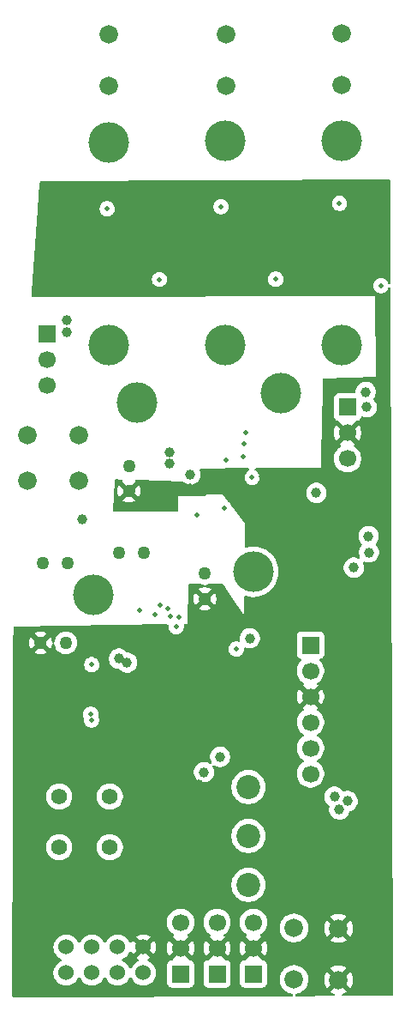
<source format=gbr>
%TF.GenerationSoftware,KiCad,Pcbnew,9.0.2*%
%TF.CreationDate,2025-08-16T18:35:03-07:00*%
%TF.ProjectId,Transmitter,5472616e-736d-4697-9474-65722e6b6963,rev?*%
%TF.SameCoordinates,Original*%
%TF.FileFunction,Copper,L3,Inr*%
%TF.FilePolarity,Positive*%
%FSLAX46Y46*%
G04 Gerber Fmt 4.6, Leading zero omitted, Abs format (unit mm)*
G04 Created by KiCad (PCBNEW 9.0.2) date 2025-08-16 18:35:03*
%MOMM*%
%LPD*%
G01*
G04 APERTURE LIST*
%TA.AperFunction,ComponentPad*%
%ADD10C,1.828800*%
%TD*%
%TA.AperFunction,ComponentPad*%
%ADD11C,2.362200*%
%TD*%
%TA.AperFunction,ComponentPad*%
%ADD12C,1.524000*%
%TD*%
%TA.AperFunction,ComponentPad*%
%ADD13R,1.700000X1.700000*%
%TD*%
%TA.AperFunction,ComponentPad*%
%ADD14C,1.700000*%
%TD*%
%TA.AperFunction,ComponentPad*%
%ADD15C,1.270000*%
%TD*%
%TA.AperFunction,ComponentPad*%
%ADD16C,1.574800*%
%TD*%
%TA.AperFunction,ViaPad*%
%ADD17C,0.500000*%
%TD*%
%TA.AperFunction,ViaPad*%
%ADD18C,1.000000*%
%TD*%
%TA.AperFunction,ViaPad*%
%ADD19C,4.000000*%
%TD*%
G04 APERTURE END LIST*
D10*
%TO.N,Vbatt*%
%TO.C,J6*%
X117800000Y-119556100D03*
X117800000Y-114476100D03*
%TD*%
%TO.N,GND*%
%TO.C,J7*%
X122200000Y-119600000D03*
X122200000Y-114520000D03*
%TD*%
%TO.N,LoadA*%
%TO.C,J2*%
X99480000Y-31370000D03*
X99480000Y-26290000D03*
%TD*%
D11*
%TO.N,Vbatt*%
%TO.C,U1*%
X113300000Y-110221100D03*
%TO.N,V_in*%
X113300000Y-105395100D03*
%TO.N,unconnected-(U1-Pad3)*%
X113300000Y-100569100D03*
%TD*%
D10*
%TO.N,Vdc*%
%TO.C,J9*%
X91473900Y-65868550D03*
X96553900Y-65868550D03*
%TD*%
D12*
%TO.N,+3.3V*%
%TO.C,J1*%
X102900000Y-118900000D03*
%TO.N,GND*%
X102900000Y-116360000D03*
%TO.N,SPI1_CSN*%
X100360000Y-118900000D03*
%TO.N,NRF_CE*%
X100360000Y-116360000D03*
%TO.N,SPI1_MOSI*%
X97820000Y-118900000D03*
%TO.N,SPI1_SCK*%
X97820000Y-116360000D03*
%TO.N,NRF_IRQ*%
X95280000Y-118900000D03*
%TO.N,SPI1_MISO*%
X95280000Y-116360000D03*
%TD*%
D13*
%TO.N,+5V*%
%TO.C,J12*%
X106600000Y-119000000D03*
D14*
%TO.N,GND*%
X106600000Y-116460000D03*
%TO.N,LElevator*%
X106600000Y-113920000D03*
%TD*%
D10*
%TO.N,LoadB*%
%TO.C,J4*%
X111120000Y-31380000D03*
X111120000Y-26300000D03*
%TD*%
%TO.N,Vbatt*%
%TO.C,J8*%
X91453900Y-70378550D03*
X96533900Y-70378550D03*
%TD*%
D13*
%TO.N,+5V*%
%TO.C,J14*%
X110200000Y-119000000D03*
D14*
%TO.N,GND*%
X110200000Y-116460000D03*
%TO.N,Rudder*%
X110200000Y-113920000D03*
%TD*%
D13*
%TO.N,+5V*%
%TO.C,J13*%
X113800000Y-119000000D03*
D14*
%TO.N,GND*%
X113800000Y-116460000D03*
%TO.N,RElevator*%
X113800000Y-113920000D03*
%TD*%
D15*
%TO.N,GND*%
%TO.C,C15*%
X92750000Y-86350000D03*
%TO.N,Vdc*%
X95250000Y-86350000D03*
%TD*%
%TO.N,Vbatt*%
%TO.C,C20*%
X101480000Y-68870000D03*
%TO.N,GND*%
X101480000Y-71370000D03*
%TD*%
D16*
%TO.N,+3.3V*%
%TO.C,SW1*%
X94600000Y-106500000D03*
%TO.N,Net-(U2-BOOT0)*%
X94600000Y-101500000D03*
X99599990Y-101500000D03*
%TO.N,+3.3V*%
X99599990Y-106500000D03*
%TD*%
D15*
%TO.N,GND*%
%TO.C,C18*%
X100500000Y-77500000D03*
%TO.N,Vdc*%
X103000000Y-77500000D03*
%TD*%
D13*
%TO.N,+5V*%
%TO.C,J11*%
X123100000Y-63100000D03*
D14*
%TO.N,GND*%
X123100000Y-65640000D03*
%TO.N,RFlap*%
X123100000Y-68180000D03*
%TD*%
D10*
%TO.N,LoadC*%
%TO.C,J5*%
X122560000Y-31350000D03*
X122560000Y-26270000D03*
%TD*%
D15*
%TO.N,GND*%
%TO.C,C17*%
X92950000Y-78450000D03*
%TO.N,Vdc*%
X95450000Y-78450000D03*
%TD*%
D13*
%TO.N,+3.3V*%
%TO.C,J3*%
X119440000Y-86570000D03*
D14*
%TO.N,SWCLK*%
X119440000Y-89110000D03*
%TO.N,GND*%
X119440000Y-91650000D03*
%TO.N,SWDIO*%
X119440000Y-94190000D03*
%TO.N,NRST*%
X119440000Y-96730000D03*
%TO.N,unconnected-(J3-Pin_6-Pad6)*%
X119440000Y-99270000D03*
%TD*%
D13*
%TO.N,+5V*%
%TO.C,J10*%
X93400000Y-55860000D03*
D14*
%TO.N,GND*%
X93400000Y-58400000D03*
%TO.N,LFlap*%
X93400000Y-60940000D03*
%TD*%
D15*
%TO.N,GND*%
%TO.C,C16*%
X109000000Y-82000000D03*
%TO.N,Vdc*%
X109000000Y-79500000D03*
%TD*%
D17*
%TO.N,GND*%
X122360000Y-73500000D03*
X116887500Y-95190000D03*
D18*
%TO.N,+3.3V*%
X113450000Y-85890000D03*
X120020000Y-71550000D03*
D17*
X97775000Y-93965000D03*
X97710000Y-93390000D03*
D19*
%TO.N,LoadA*%
X99500000Y-37000000D03*
%TO.N,LoadB*%
X111000000Y-36800000D03*
%TO.N,Vdc*%
X122500000Y-57000000D03*
X111000000Y-57000000D03*
X99500000Y-57000000D03*
%TO.N,LoadC*%
X122530000Y-36820000D03*
D17*
%TO.N,GND*%
X124850000Y-82170000D03*
D18*
%TO.N,Vbatt*%
X105520000Y-68660000D03*
X107565400Y-69738000D03*
X105520000Y-67560000D03*
D19*
X113770000Y-79330000D03*
%TO.N,Vdc*%
X98000000Y-81600000D03*
D18*
X96830000Y-74120000D03*
D19*
X102323000Y-62650000D03*
X116530000Y-61700000D03*
D17*
X110915000Y-73075000D03*
X111055000Y-68345000D03*
D18*
%TO.N,GND*%
X92920000Y-50910000D03*
D17*
X107520000Y-70830000D03*
D18*
X93980000Y-50910000D03*
D19*
X114700000Y-43300000D03*
D17*
X108660000Y-70830000D03*
D18*
X103280000Y-88160000D03*
D17*
X121565500Y-107302860D03*
X121659393Y-106589393D03*
D18*
X115377000Y-70750000D03*
D17*
X107500000Y-71451458D03*
D18*
X100810000Y-93500000D03*
D19*
X103340000Y-43160000D03*
D17*
X114890000Y-75710000D03*
X113660000Y-75710000D03*
D19*
X125260000Y-43000000D03*
D18*
X117010000Y-70760000D03*
D17*
X114580000Y-71920000D03*
X114600000Y-69950000D03*
X98445000Y-85365000D03*
X122100000Y-104550000D03*
D18*
X108400000Y-100360000D03*
X109167400Y-69750000D03*
D17*
X108690000Y-71450000D03*
X111223000Y-71102000D03*
D18*
%TO.N,+3.3V*%
X121810000Y-101524156D03*
X122275000Y-102785000D03*
X110500000Y-97600000D03*
X101300000Y-88300000D03*
D17*
X102500000Y-83140000D03*
D18*
X100500000Y-87900000D03*
X108900000Y-99100000D03*
X123110000Y-101950000D03*
D17*
%TO.N,S1*%
X104075000Y-83530000D03*
X104500000Y-50500000D03*
%TO.N,S2*%
X104575000Y-82625000D03*
X99325000Y-43525000D03*
%TO.N,S3*%
X116000000Y-50480000D03*
X105300000Y-82960000D03*
%TO.N,S4*%
X105610000Y-83690000D03*
X110585000Y-43315000D03*
%TO.N,S5*%
X126400000Y-51110000D03*
X106155000Y-84745000D03*
%TO.N,S6*%
X106410000Y-83810000D03*
X122300000Y-43000000D03*
D18*
%TO.N,+5V*%
X125000000Y-63100000D03*
X125183552Y-75816448D03*
X125223552Y-77423552D03*
X124900000Y-61600000D03*
X123723552Y-78923552D03*
X95300000Y-55700000D03*
D17*
X112900000Y-66743464D03*
D18*
X95300000Y-54500000D03*
D17*
%TO.N,Vdd*%
X113670000Y-70030000D03*
X113050000Y-65600000D03*
%TO.N,LFlap*%
X97800000Y-88500000D03*
%TO.N,RFlap*%
X112100000Y-86960000D03*
%TO.N,Vfb*%
X108210000Y-73700000D03*
X112800000Y-68000000D03*
%TD*%
%TA.AperFunction,Conductor*%
%TO.N,GND*%
G36*
X102426619Y-116556081D02*
G01*
X102493498Y-116671920D01*
X102588080Y-116766502D01*
X102703919Y-116833381D01*
X102764057Y-116849494D01*
X102201283Y-117412268D01*
X102201283Y-117412269D01*
X102238567Y-117439358D01*
X102395331Y-117519234D01*
X102446127Y-117567209D01*
X102462922Y-117635030D01*
X102440384Y-117701165D01*
X102395331Y-117740204D01*
X102238305Y-117820213D01*
X102077533Y-117937021D01*
X101937021Y-118077533D01*
X101820213Y-118238305D01*
X101740485Y-118394780D01*
X101692510Y-118445576D01*
X101624689Y-118462371D01*
X101558554Y-118439833D01*
X101519515Y-118394780D01*
X101494644Y-118345969D01*
X101439787Y-118238306D01*
X101322981Y-118077536D01*
X101182464Y-117937019D01*
X101021694Y-117820213D01*
X100865218Y-117740484D01*
X100814423Y-117692510D01*
X100797628Y-117624689D01*
X100820165Y-117558554D01*
X100865218Y-117519515D01*
X101021694Y-117439787D01*
X101182464Y-117322981D01*
X101322981Y-117182464D01*
X101439787Y-117021694D01*
X101519796Y-116864667D01*
X101567769Y-116813872D01*
X101635590Y-116797077D01*
X101701725Y-116819614D01*
X101740765Y-116864668D01*
X101820641Y-117021432D01*
X101847730Y-117058715D01*
X101847731Y-117058716D01*
X102410504Y-116495942D01*
X102426619Y-116556081D01*
G37*
%TD.AperFunction*%
%TA.AperFunction,Conductor*%
G36*
X127272944Y-40669965D02*
G01*
X127318957Y-40722544D01*
X127330416Y-40774192D01*
X127364217Y-50854345D01*
X127344758Y-50921450D01*
X127292107Y-50967382D01*
X127222983Y-50977557D01*
X127159330Y-50948746D01*
X127125130Y-50896240D01*
X127123989Y-50896714D01*
X127065087Y-50754511D01*
X127065080Y-50754498D01*
X126982951Y-50631584D01*
X126982948Y-50631580D01*
X126878419Y-50527051D01*
X126878415Y-50527048D01*
X126755501Y-50444919D01*
X126755488Y-50444912D01*
X126618917Y-50388343D01*
X126618907Y-50388340D01*
X126473920Y-50359500D01*
X126473918Y-50359500D01*
X126326082Y-50359500D01*
X126326080Y-50359500D01*
X126181092Y-50388340D01*
X126181082Y-50388343D01*
X126044511Y-50444912D01*
X126044498Y-50444919D01*
X125921584Y-50527048D01*
X125921580Y-50527051D01*
X125817051Y-50631580D01*
X125817048Y-50631584D01*
X125734919Y-50754498D01*
X125734912Y-50754511D01*
X125678343Y-50891082D01*
X125678340Y-50891092D01*
X125649500Y-51036079D01*
X125649500Y-51036082D01*
X125649500Y-51183918D01*
X125649500Y-51183920D01*
X125649499Y-51183920D01*
X125678340Y-51328907D01*
X125678343Y-51328917D01*
X125734912Y-51465488D01*
X125734919Y-51465501D01*
X125817048Y-51588415D01*
X125817051Y-51588419D01*
X125921580Y-51692948D01*
X125921584Y-51692951D01*
X126044498Y-51775080D01*
X126044511Y-51775087D01*
X126181082Y-51831656D01*
X126181087Y-51831658D01*
X126181091Y-51831658D01*
X126181092Y-51831659D01*
X126326079Y-51860500D01*
X126326082Y-51860500D01*
X126473920Y-51860500D01*
X126571462Y-51841096D01*
X126618913Y-51831658D01*
X126755495Y-51775084D01*
X126878416Y-51692951D01*
X126982951Y-51588416D01*
X127065084Y-51465495D01*
X127121658Y-51328913D01*
X127121660Y-51328901D01*
X127123250Y-51323663D01*
X127161547Y-51265225D01*
X127225359Y-51236768D01*
X127294426Y-51247328D01*
X127346820Y-51293552D01*
X127365910Y-51359242D01*
X127599584Y-121045980D01*
X127580125Y-121113085D01*
X127527474Y-121159017D01*
X127475980Y-121170395D01*
X122680181Y-121185676D01*
X122613079Y-121166206D01*
X122567156Y-121113548D01*
X122556993Y-121044421D01*
X122585815Y-120980773D01*
X122641468Y-120943746D01*
X122742943Y-120910774D01*
X122941307Y-120809703D01*
X123007822Y-120761375D01*
X122455448Y-120209001D01*
X122512817Y-120185239D01*
X122620980Y-120112966D01*
X122712966Y-120020980D01*
X122785239Y-119912817D01*
X122809001Y-119855448D01*
X123361375Y-120407822D01*
X123409703Y-120341307D01*
X123510774Y-120142945D01*
X123579573Y-119931206D01*
X123614400Y-119711321D01*
X123614400Y-119488678D01*
X123579573Y-119268793D01*
X123510774Y-119057054D01*
X123409703Y-118858692D01*
X123361375Y-118792176D01*
X123361375Y-118792175D01*
X122809001Y-119344550D01*
X122785239Y-119287183D01*
X122712966Y-119179020D01*
X122620980Y-119087034D01*
X122512817Y-119014761D01*
X122455447Y-118990998D01*
X123007823Y-118438623D01*
X122941307Y-118390296D01*
X122742945Y-118289225D01*
X122531206Y-118220426D01*
X122311321Y-118185600D01*
X122088679Y-118185600D01*
X121868793Y-118220426D01*
X121657054Y-118289225D01*
X121458691Y-118390297D01*
X121392176Y-118438622D01*
X121392175Y-118438623D01*
X121944551Y-118990998D01*
X121887183Y-119014761D01*
X121779020Y-119087034D01*
X121687034Y-119179020D01*
X121614761Y-119287183D01*
X121590998Y-119344551D01*
X121038623Y-118792175D01*
X121038622Y-118792176D01*
X120990297Y-118858691D01*
X120889225Y-119057054D01*
X120820426Y-119268793D01*
X120785600Y-119488678D01*
X120785600Y-119711321D01*
X120820426Y-119931206D01*
X120889225Y-120142945D01*
X120990296Y-120341307D01*
X121038623Y-120407822D01*
X121038623Y-120407823D01*
X121590998Y-119855448D01*
X121614761Y-119912817D01*
X121687034Y-120020980D01*
X121779020Y-120112966D01*
X121887183Y-120185239D01*
X121944550Y-120209001D01*
X121392175Y-120761375D01*
X121458692Y-120809703D01*
X121657054Y-120910773D01*
X121767850Y-120946774D01*
X121825525Y-120986212D01*
X121852723Y-121050571D01*
X121840808Y-121119417D01*
X121793564Y-121170893D01*
X121729926Y-121188704D01*
X118038513Y-121200466D01*
X117971411Y-121180996D01*
X117925488Y-121128338D01*
X117915325Y-121059211D01*
X117944147Y-120995563D01*
X118002804Y-120957602D01*
X118018711Y-120953996D01*
X118131323Y-120936160D01*
X118131327Y-120936159D01*
X118343130Y-120867340D01*
X118343130Y-120867339D01*
X118343133Y-120867339D01*
X118541569Y-120766231D01*
X118721745Y-120635325D01*
X118879225Y-120477845D01*
X119010131Y-120297669D01*
X119111239Y-120099233D01*
X119171809Y-119912817D01*
X119180059Y-119887427D01*
X119180059Y-119887426D01*
X119180060Y-119887423D01*
X119214900Y-119667455D01*
X119214900Y-119444745D01*
X119180060Y-119224777D01*
X119180059Y-119224773D01*
X119180059Y-119224772D01*
X119111240Y-119012969D01*
X119032632Y-118858692D01*
X119010131Y-118814531D01*
X118879225Y-118634355D01*
X118721745Y-118476875D01*
X118541569Y-118345969D01*
X118343130Y-118244859D01*
X118131326Y-118176040D01*
X117966347Y-118149910D01*
X117911355Y-118141200D01*
X117688645Y-118141200D01*
X117615322Y-118152813D01*
X117468675Y-118176040D01*
X117468672Y-118176040D01*
X117256869Y-118244859D01*
X117058430Y-118345969D01*
X116962913Y-118415367D01*
X116878255Y-118476875D01*
X116878253Y-118476877D01*
X116878252Y-118476877D01*
X116720777Y-118634352D01*
X116720777Y-118634353D01*
X116720775Y-118634355D01*
X116664556Y-118711733D01*
X116589869Y-118814530D01*
X116488759Y-119012969D01*
X116419940Y-119224772D01*
X116419940Y-119224775D01*
X116385100Y-119444745D01*
X116385100Y-119667454D01*
X116419940Y-119887424D01*
X116419940Y-119887427D01*
X116488759Y-120099230D01*
X116587894Y-120293793D01*
X116589869Y-120297669D01*
X116720775Y-120477845D01*
X116878255Y-120635325D01*
X117058431Y-120766231D01*
X117143750Y-120809703D01*
X117256869Y-120867340D01*
X117468673Y-120936159D01*
X117468674Y-120936159D01*
X117468677Y-120936160D01*
X117590671Y-120955482D01*
X117653806Y-120985411D01*
X117690737Y-121044723D01*
X117689739Y-121114585D01*
X117651129Y-121172818D01*
X117587166Y-121200932D01*
X117571668Y-121201954D01*
X90064769Y-121289602D01*
X89997667Y-121270132D01*
X89951744Y-121217474D01*
X89940375Y-121165232D01*
X89955140Y-116260639D01*
X94017500Y-116260639D01*
X94017500Y-116459361D01*
X94028027Y-116525826D01*
X94048587Y-116655637D01*
X94109993Y-116844629D01*
X94109994Y-116844632D01*
X94168778Y-116960000D01*
X94200213Y-117021694D01*
X94317019Y-117182464D01*
X94457536Y-117322981D01*
X94618306Y-117439787D01*
X94736832Y-117500179D01*
X94774780Y-117519515D01*
X94825576Y-117567490D01*
X94842371Y-117635311D01*
X94819833Y-117701446D01*
X94774780Y-117740485D01*
X94618305Y-117820213D01*
X94457533Y-117937021D01*
X94317021Y-118077533D01*
X94200213Y-118238305D01*
X94109994Y-118415367D01*
X94109993Y-118415370D01*
X94048587Y-118604362D01*
X94017500Y-118800639D01*
X94017500Y-118999360D01*
X94048587Y-119195637D01*
X94109993Y-119384629D01*
X94109994Y-119384632D01*
X94140624Y-119444745D01*
X94200213Y-119561694D01*
X94317019Y-119722464D01*
X94457536Y-119862981D01*
X94618306Y-119979787D01*
X94705149Y-120024035D01*
X94795367Y-120070005D01*
X94795370Y-120070006D01*
X94864081Y-120092331D01*
X94984364Y-120131413D01*
X95180639Y-120162500D01*
X95180640Y-120162500D01*
X95379360Y-120162500D01*
X95379361Y-120162500D01*
X95575636Y-120131413D01*
X95764632Y-120070005D01*
X95941694Y-119979787D01*
X96102464Y-119862981D01*
X96242981Y-119722464D01*
X96359787Y-119561694D01*
X96439515Y-119405218D01*
X96487490Y-119354423D01*
X96555311Y-119337628D01*
X96621446Y-119360165D01*
X96660484Y-119405218D01*
X96740213Y-119561694D01*
X96857019Y-119722464D01*
X96997536Y-119862981D01*
X97158306Y-119979787D01*
X97245149Y-120024035D01*
X97335367Y-120070005D01*
X97335370Y-120070006D01*
X97404081Y-120092331D01*
X97524364Y-120131413D01*
X97720639Y-120162500D01*
X97720640Y-120162500D01*
X97919360Y-120162500D01*
X97919361Y-120162500D01*
X98115636Y-120131413D01*
X98304632Y-120070005D01*
X98481694Y-119979787D01*
X98642464Y-119862981D01*
X98782981Y-119722464D01*
X98899787Y-119561694D01*
X98979515Y-119405218D01*
X99027490Y-119354423D01*
X99095311Y-119337628D01*
X99161446Y-119360165D01*
X99200484Y-119405218D01*
X99280213Y-119561694D01*
X99397019Y-119722464D01*
X99537536Y-119862981D01*
X99698306Y-119979787D01*
X99785149Y-120024035D01*
X99875367Y-120070005D01*
X99875370Y-120070006D01*
X99944081Y-120092331D01*
X100064364Y-120131413D01*
X100260639Y-120162500D01*
X100260640Y-120162500D01*
X100459360Y-120162500D01*
X100459361Y-120162500D01*
X100655636Y-120131413D01*
X100844632Y-120070005D01*
X101021694Y-119979787D01*
X101182464Y-119862981D01*
X101322981Y-119722464D01*
X101439787Y-119561694D01*
X101519515Y-119405218D01*
X101567490Y-119354423D01*
X101635311Y-119337628D01*
X101701446Y-119360165D01*
X101740484Y-119405218D01*
X101820213Y-119561694D01*
X101937019Y-119722464D01*
X102077536Y-119862981D01*
X102238306Y-119979787D01*
X102325149Y-120024035D01*
X102415367Y-120070005D01*
X102415370Y-120070006D01*
X102484081Y-120092331D01*
X102604364Y-120131413D01*
X102800639Y-120162500D01*
X102800640Y-120162500D01*
X102999360Y-120162500D01*
X102999361Y-120162500D01*
X103195636Y-120131413D01*
X103384632Y-120070005D01*
X103561694Y-119979787D01*
X103722464Y-119862981D01*
X103862981Y-119722464D01*
X103979787Y-119561694D01*
X104070005Y-119384632D01*
X104131413Y-119195636D01*
X104162500Y-118999361D01*
X104162500Y-118800639D01*
X104131413Y-118604364D01*
X104070005Y-118415368D01*
X104070005Y-118415367D01*
X104034644Y-118345969D01*
X103979787Y-118238306D01*
X103941494Y-118185600D01*
X103931391Y-118171694D01*
X103931389Y-118171692D01*
X103862981Y-118077536D01*
X103722464Y-117937019D01*
X103561694Y-117820213D01*
X103404667Y-117740203D01*
X103353872Y-117692229D01*
X103337077Y-117624408D01*
X103359614Y-117558273D01*
X103404669Y-117519234D01*
X103561422Y-117439364D01*
X103598716Y-117412268D01*
X103035942Y-116849494D01*
X103096081Y-116833381D01*
X103211920Y-116766502D01*
X103306502Y-116671920D01*
X103373381Y-116556081D01*
X103389495Y-116495942D01*
X103952268Y-117058715D01*
X103979362Y-117021425D01*
X104069542Y-116844437D01*
X104130924Y-116655523D01*
X104130924Y-116655520D01*
X104162000Y-116459321D01*
X104162000Y-116260678D01*
X104130924Y-116064479D01*
X104130924Y-116064476D01*
X104069542Y-115875562D01*
X103979358Y-115698567D01*
X103952268Y-115661283D01*
X103389494Y-116224057D01*
X103373381Y-116163919D01*
X103306502Y-116048080D01*
X103211920Y-115953498D01*
X103096081Y-115886619D01*
X103035942Y-115870504D01*
X103598716Y-115307731D01*
X103598715Y-115307730D01*
X103561432Y-115280641D01*
X103384437Y-115190457D01*
X103195522Y-115129075D01*
X102999321Y-115098000D01*
X102800679Y-115098000D01*
X102604479Y-115129075D01*
X102604476Y-115129075D01*
X102415562Y-115190457D01*
X102238564Y-115280643D01*
X102201283Y-115307729D01*
X102201282Y-115307730D01*
X102764058Y-115870504D01*
X102703919Y-115886619D01*
X102588080Y-115953498D01*
X102493498Y-116048080D01*
X102426619Y-116163919D01*
X102410504Y-116224057D01*
X101847730Y-115661282D01*
X101847729Y-115661283D01*
X101820641Y-115698566D01*
X101740764Y-115855332D01*
X101692790Y-115906127D01*
X101624969Y-115922922D01*
X101558834Y-115900384D01*
X101519796Y-115855332D01*
X101439787Y-115698306D01*
X101322981Y-115537536D01*
X101182464Y-115397019D01*
X101021694Y-115280213D01*
X100967870Y-115252788D01*
X100844632Y-115189994D01*
X100844629Y-115189993D01*
X100655637Y-115128587D01*
X100557498Y-115113043D01*
X100459361Y-115097500D01*
X100260639Y-115097500D01*
X100211777Y-115105239D01*
X100064362Y-115128587D01*
X99875370Y-115189993D01*
X99875367Y-115189994D01*
X99698305Y-115280213D01*
X99537533Y-115397021D01*
X99397021Y-115537533D01*
X99280213Y-115698305D01*
X99200485Y-115854780D01*
X99152510Y-115905576D01*
X99084689Y-115922371D01*
X99018554Y-115899833D01*
X98979515Y-115854780D01*
X98927369Y-115752439D01*
X98899787Y-115698306D01*
X98782981Y-115537536D01*
X98642464Y-115397019D01*
X98481694Y-115280213D01*
X98427870Y-115252788D01*
X98304632Y-115189994D01*
X98304629Y-115189993D01*
X98115637Y-115128587D01*
X98017498Y-115113043D01*
X97919361Y-115097500D01*
X97720639Y-115097500D01*
X97671777Y-115105239D01*
X97524362Y-115128587D01*
X97335370Y-115189993D01*
X97335367Y-115189994D01*
X97158305Y-115280213D01*
X96997533Y-115397021D01*
X96857021Y-115537533D01*
X96740213Y-115698305D01*
X96660485Y-115854780D01*
X96612510Y-115905576D01*
X96544689Y-115922371D01*
X96478554Y-115899833D01*
X96439515Y-115854780D01*
X96387369Y-115752439D01*
X96359787Y-115698306D01*
X96242981Y-115537536D01*
X96102464Y-115397019D01*
X95941694Y-115280213D01*
X95887870Y-115252788D01*
X95764632Y-115189994D01*
X95764629Y-115189993D01*
X95575637Y-115128587D01*
X95477498Y-115113043D01*
X95379361Y-115097500D01*
X95180639Y-115097500D01*
X95131777Y-115105239D01*
X94984362Y-115128587D01*
X94795370Y-115189993D01*
X94795367Y-115189994D01*
X94618305Y-115280213D01*
X94457533Y-115397021D01*
X94317021Y-115537533D01*
X94200213Y-115698305D01*
X94109994Y-115875367D01*
X94109993Y-115875370D01*
X94048587Y-116064362D01*
X94032819Y-116163919D01*
X94017500Y-116260639D01*
X89955140Y-116260639D01*
X89962506Y-113813713D01*
X105249500Y-113813713D01*
X105249500Y-114026286D01*
X105282753Y-114236239D01*
X105348444Y-114438414D01*
X105444951Y-114627820D01*
X105569890Y-114799786D01*
X105720213Y-114950109D01*
X105892179Y-115075048D01*
X105892181Y-115075049D01*
X105892184Y-115075051D01*
X105901493Y-115079794D01*
X105952290Y-115127766D01*
X105969087Y-115195587D01*
X105946552Y-115261722D01*
X105901505Y-115300760D01*
X105892446Y-115305376D01*
X105892440Y-115305380D01*
X105838282Y-115344727D01*
X105838282Y-115344728D01*
X106470591Y-115977037D01*
X106407007Y-115994075D01*
X106292993Y-116059901D01*
X106199901Y-116152993D01*
X106134075Y-116267007D01*
X106117037Y-116330591D01*
X105484728Y-115698282D01*
X105484727Y-115698282D01*
X105445380Y-115752439D01*
X105348904Y-115941782D01*
X105283242Y-116143869D01*
X105283242Y-116143872D01*
X105250000Y-116353753D01*
X105250000Y-116566246D01*
X105283242Y-116776127D01*
X105283242Y-116776130D01*
X105348904Y-116978217D01*
X105445375Y-117167550D01*
X105484728Y-117221716D01*
X106117037Y-116589408D01*
X106134075Y-116652993D01*
X106199901Y-116767007D01*
X106292993Y-116860099D01*
X106407007Y-116925925D01*
X106470590Y-116942962D01*
X105800370Y-117613181D01*
X105739047Y-117646666D01*
X105712698Y-117649500D01*
X105702134Y-117649500D01*
X105702123Y-117649501D01*
X105642516Y-117655908D01*
X105507671Y-117706202D01*
X105507664Y-117706206D01*
X105392455Y-117792452D01*
X105392452Y-117792455D01*
X105306206Y-117907664D01*
X105306202Y-117907671D01*
X105255908Y-118042517D01*
X105249501Y-118102116D01*
X105249501Y-118102123D01*
X105249500Y-118102135D01*
X105249500Y-119897870D01*
X105249501Y-119897876D01*
X105255908Y-119957483D01*
X105306202Y-120092328D01*
X105306206Y-120092335D01*
X105392452Y-120207544D01*
X105392455Y-120207547D01*
X105507664Y-120293793D01*
X105507671Y-120293797D01*
X105642517Y-120344091D01*
X105642516Y-120344091D01*
X105649444Y-120344835D01*
X105702127Y-120350500D01*
X107497872Y-120350499D01*
X107557483Y-120344091D01*
X107692331Y-120293796D01*
X107807546Y-120207546D01*
X107893796Y-120092331D01*
X107944091Y-119957483D01*
X107950500Y-119897873D01*
X107950499Y-118102128D01*
X107944091Y-118042517D01*
X107893796Y-117907669D01*
X107893795Y-117907668D01*
X107893793Y-117907664D01*
X107807547Y-117792455D01*
X107807544Y-117792452D01*
X107692335Y-117706206D01*
X107692328Y-117706202D01*
X107557482Y-117655908D01*
X107557483Y-117655908D01*
X107497883Y-117649501D01*
X107497881Y-117649500D01*
X107497873Y-117649500D01*
X107497865Y-117649500D01*
X107487309Y-117649500D01*
X107420270Y-117629815D01*
X107399628Y-117613181D01*
X106729408Y-116942962D01*
X106792993Y-116925925D01*
X106907007Y-116860099D01*
X107000099Y-116767007D01*
X107065925Y-116652993D01*
X107082962Y-116589408D01*
X107715270Y-117221717D01*
X107715270Y-117221716D01*
X107754622Y-117167554D01*
X107851095Y-116978217D01*
X107916757Y-116776130D01*
X107916757Y-116776127D01*
X107950000Y-116566246D01*
X107950000Y-116353753D01*
X107916757Y-116143872D01*
X107916757Y-116143869D01*
X107851095Y-115941782D01*
X107754624Y-115752449D01*
X107715270Y-115698282D01*
X107715269Y-115698282D01*
X107082962Y-116330590D01*
X107065925Y-116267007D01*
X107000099Y-116152993D01*
X106907007Y-116059901D01*
X106792993Y-115994075D01*
X106729409Y-115977037D01*
X107361716Y-115344728D01*
X107307547Y-115305373D01*
X107307547Y-115305372D01*
X107298500Y-115300763D01*
X107247706Y-115252788D01*
X107230912Y-115184966D01*
X107253451Y-115118832D01*
X107298508Y-115079793D01*
X107307816Y-115075051D01*
X107387007Y-115017515D01*
X107479786Y-114950109D01*
X107479788Y-114950106D01*
X107479792Y-114950104D01*
X107630104Y-114799792D01*
X107630106Y-114799788D01*
X107630109Y-114799786D01*
X107755048Y-114627820D01*
X107755047Y-114627820D01*
X107755051Y-114627816D01*
X107851557Y-114438412D01*
X107917246Y-114236243D01*
X107950500Y-114026287D01*
X107950500Y-113813713D01*
X108849500Y-113813713D01*
X108849500Y-114026286D01*
X108882753Y-114236239D01*
X108948444Y-114438414D01*
X109044951Y-114627820D01*
X109169890Y-114799786D01*
X109320213Y-114950109D01*
X109492179Y-115075048D01*
X109492181Y-115075049D01*
X109492184Y-115075051D01*
X109501493Y-115079794D01*
X109552290Y-115127766D01*
X109569087Y-115195587D01*
X109546552Y-115261722D01*
X109501505Y-115300760D01*
X109492446Y-115305376D01*
X109492440Y-115305380D01*
X109438282Y-115344727D01*
X109438282Y-115344728D01*
X110070591Y-115977037D01*
X110007007Y-115994075D01*
X109892993Y-116059901D01*
X109799901Y-116152993D01*
X109734075Y-116267007D01*
X109717037Y-116330591D01*
X109084728Y-115698282D01*
X109084727Y-115698282D01*
X109045380Y-115752439D01*
X108948904Y-115941782D01*
X108883242Y-116143869D01*
X108883242Y-116143872D01*
X108850000Y-116353753D01*
X108850000Y-116566246D01*
X108883242Y-116776127D01*
X108883242Y-116776130D01*
X108948904Y-116978217D01*
X109045375Y-117167550D01*
X109084728Y-117221716D01*
X109717037Y-116589408D01*
X109734075Y-116652993D01*
X109799901Y-116767007D01*
X109892993Y-116860099D01*
X110007007Y-116925925D01*
X110070590Y-116942962D01*
X109400370Y-117613181D01*
X109339047Y-117646666D01*
X109312698Y-117649500D01*
X109302134Y-117649500D01*
X109302123Y-117649501D01*
X109242516Y-117655908D01*
X109107671Y-117706202D01*
X109107664Y-117706206D01*
X108992455Y-117792452D01*
X108992452Y-117792455D01*
X108906206Y-117907664D01*
X108906202Y-117907671D01*
X108855908Y-118042517D01*
X108849501Y-118102116D01*
X108849501Y-118102123D01*
X108849500Y-118102135D01*
X108849500Y-119897870D01*
X108849501Y-119897876D01*
X108855908Y-119957483D01*
X108906202Y-120092328D01*
X108906206Y-120092335D01*
X108992452Y-120207544D01*
X108992455Y-120207547D01*
X109107664Y-120293793D01*
X109107671Y-120293797D01*
X109242517Y-120344091D01*
X109242516Y-120344091D01*
X109249444Y-120344835D01*
X109302127Y-120350500D01*
X111097872Y-120350499D01*
X111157483Y-120344091D01*
X111292331Y-120293796D01*
X111407546Y-120207546D01*
X111493796Y-120092331D01*
X111544091Y-119957483D01*
X111550500Y-119897873D01*
X111550499Y-118102128D01*
X111544091Y-118042517D01*
X111493796Y-117907669D01*
X111493795Y-117907668D01*
X111493793Y-117907664D01*
X111407547Y-117792455D01*
X111407544Y-117792452D01*
X111292335Y-117706206D01*
X111292328Y-117706202D01*
X111157482Y-117655908D01*
X111157483Y-117655908D01*
X111097883Y-117649501D01*
X111097881Y-117649500D01*
X111097873Y-117649500D01*
X111097865Y-117649500D01*
X111087309Y-117649500D01*
X111020270Y-117629815D01*
X110999628Y-117613181D01*
X110329408Y-116942962D01*
X110392993Y-116925925D01*
X110507007Y-116860099D01*
X110600099Y-116767007D01*
X110665925Y-116652993D01*
X110682962Y-116589408D01*
X111315270Y-117221717D01*
X111315270Y-117221716D01*
X111354622Y-117167554D01*
X111451095Y-116978217D01*
X111516757Y-116776130D01*
X111516757Y-116776127D01*
X111550000Y-116566246D01*
X111550000Y-116353753D01*
X111516757Y-116143872D01*
X111516757Y-116143869D01*
X111451095Y-115941782D01*
X111354624Y-115752449D01*
X111315270Y-115698282D01*
X110682962Y-116330590D01*
X110665925Y-116267007D01*
X110600099Y-116152993D01*
X110507007Y-116059901D01*
X110392993Y-115994075D01*
X110329409Y-115977037D01*
X110961716Y-115344728D01*
X110907547Y-115305373D01*
X110907547Y-115305372D01*
X110898500Y-115300763D01*
X110847706Y-115252788D01*
X110830912Y-115184966D01*
X110853451Y-115118832D01*
X110898508Y-115079793D01*
X110907816Y-115075051D01*
X110987007Y-115017515D01*
X111079786Y-114950109D01*
X111079788Y-114950106D01*
X111079792Y-114950104D01*
X111230104Y-114799792D01*
X111230106Y-114799788D01*
X111230109Y-114799786D01*
X111355048Y-114627820D01*
X111355047Y-114627820D01*
X111355051Y-114627816D01*
X111451557Y-114438412D01*
X111517246Y-114236243D01*
X111550500Y-114026287D01*
X111550500Y-113813713D01*
X112449500Y-113813713D01*
X112449500Y-114026286D01*
X112482753Y-114236239D01*
X112548444Y-114438414D01*
X112644951Y-114627820D01*
X112769890Y-114799786D01*
X112920213Y-114950109D01*
X113092179Y-115075048D01*
X113092181Y-115075049D01*
X113092184Y-115075051D01*
X113101493Y-115079794D01*
X113152290Y-115127766D01*
X113169087Y-115195587D01*
X113146552Y-115261722D01*
X113101505Y-115300760D01*
X113092446Y-115305376D01*
X113092440Y-115305380D01*
X113038282Y-115344727D01*
X113038282Y-115344728D01*
X113670591Y-115977037D01*
X113607007Y-115994075D01*
X113492993Y-116059901D01*
X113399901Y-116152993D01*
X113334075Y-116267007D01*
X113317037Y-116330591D01*
X112684728Y-115698282D01*
X112684727Y-115698282D01*
X112645380Y-115752439D01*
X112548904Y-115941782D01*
X112483242Y-116143869D01*
X112483242Y-116143872D01*
X112450000Y-116353753D01*
X112450000Y-116566246D01*
X112483242Y-116776127D01*
X112483242Y-116776130D01*
X112548904Y-116978217D01*
X112645375Y-117167550D01*
X112684728Y-117221716D01*
X113317037Y-116589408D01*
X113334075Y-116652993D01*
X113399901Y-116767007D01*
X113492993Y-116860099D01*
X113607007Y-116925925D01*
X113670590Y-116942962D01*
X113000370Y-117613181D01*
X112939047Y-117646666D01*
X112912698Y-117649500D01*
X112902134Y-117649500D01*
X112902123Y-117649501D01*
X112842516Y-117655908D01*
X112707671Y-117706202D01*
X112707664Y-117706206D01*
X112592455Y-117792452D01*
X112592452Y-117792455D01*
X112506206Y-117907664D01*
X112506202Y-117907671D01*
X112455908Y-118042517D01*
X112449501Y-118102116D01*
X112449501Y-118102123D01*
X112449500Y-118102135D01*
X112449500Y-119897870D01*
X112449501Y-119897876D01*
X112455908Y-119957483D01*
X112506202Y-120092328D01*
X112506206Y-120092335D01*
X112592452Y-120207544D01*
X112592455Y-120207547D01*
X112707664Y-120293793D01*
X112707671Y-120293797D01*
X112842517Y-120344091D01*
X112842516Y-120344091D01*
X112849444Y-120344835D01*
X112902127Y-120350500D01*
X114697872Y-120350499D01*
X114757483Y-120344091D01*
X114892331Y-120293796D01*
X115007546Y-120207546D01*
X115093796Y-120092331D01*
X115144091Y-119957483D01*
X115150500Y-119897873D01*
X115150499Y-118102128D01*
X115144091Y-118042517D01*
X115093796Y-117907669D01*
X115093795Y-117907668D01*
X115093793Y-117907664D01*
X115007547Y-117792455D01*
X115007544Y-117792452D01*
X114892335Y-117706206D01*
X114892328Y-117706202D01*
X114757482Y-117655908D01*
X114757483Y-117655908D01*
X114697883Y-117649501D01*
X114697881Y-117649500D01*
X114697873Y-117649500D01*
X114697865Y-117649500D01*
X114687309Y-117649500D01*
X114620270Y-117629815D01*
X114599628Y-117613181D01*
X113929408Y-116942962D01*
X113992993Y-116925925D01*
X114107007Y-116860099D01*
X114200099Y-116767007D01*
X114265925Y-116652993D01*
X114282962Y-116589409D01*
X114915270Y-117221717D01*
X114915270Y-117221716D01*
X114954622Y-117167554D01*
X115051095Y-116978217D01*
X115116757Y-116776130D01*
X115116757Y-116776127D01*
X115150000Y-116566246D01*
X115150000Y-116353753D01*
X115116757Y-116143872D01*
X115116757Y-116143869D01*
X115051095Y-115941782D01*
X114954624Y-115752449D01*
X114915270Y-115698282D01*
X114915269Y-115698282D01*
X114282962Y-116330590D01*
X114265925Y-116267007D01*
X114200099Y-116152993D01*
X114107007Y-116059901D01*
X113992993Y-115994075D01*
X113929409Y-115977037D01*
X114561716Y-115344728D01*
X114507547Y-115305373D01*
X114507547Y-115305372D01*
X114498500Y-115300763D01*
X114447706Y-115252788D01*
X114430912Y-115184966D01*
X114453451Y-115118832D01*
X114498508Y-115079793D01*
X114507816Y-115075051D01*
X114587007Y-115017515D01*
X114679786Y-114950109D01*
X114679788Y-114950106D01*
X114679792Y-114950104D01*
X114830104Y-114799792D01*
X114830106Y-114799788D01*
X114830109Y-114799786D01*
X114955048Y-114627820D01*
X114955047Y-114627820D01*
X114955051Y-114627816D01*
X115051557Y-114438412D01*
X115075493Y-114364745D01*
X116385100Y-114364745D01*
X116385100Y-114587454D01*
X116419940Y-114807424D01*
X116419940Y-114807427D01*
X116488759Y-115019230D01*
X116573206Y-115184966D01*
X116589869Y-115217669D01*
X116720775Y-115397845D01*
X116878255Y-115555325D01*
X117058431Y-115686231D01*
X117256867Y-115787339D01*
X117256869Y-115787340D01*
X117468673Y-115856159D01*
X117468674Y-115856159D01*
X117468677Y-115856160D01*
X117688645Y-115891000D01*
X117688646Y-115891000D01*
X117911354Y-115891000D01*
X117911355Y-115891000D01*
X118131323Y-115856160D01*
X118131326Y-115856159D01*
X118131327Y-115856159D01*
X118343130Y-115787340D01*
X118343130Y-115787339D01*
X118343133Y-115787339D01*
X118541569Y-115686231D01*
X118721745Y-115555325D01*
X118879225Y-115397845D01*
X119010131Y-115217669D01*
X119111239Y-115019233D01*
X119180060Y-114807423D01*
X119214900Y-114587455D01*
X119214900Y-114408678D01*
X120785600Y-114408678D01*
X120785600Y-114631321D01*
X120820426Y-114851206D01*
X120889225Y-115062945D01*
X120990296Y-115261307D01*
X121038623Y-115327822D01*
X121038623Y-115327823D01*
X121590998Y-114775448D01*
X121614761Y-114832817D01*
X121687034Y-114940980D01*
X121779020Y-115032966D01*
X121887183Y-115105239D01*
X121944550Y-115129001D01*
X121392175Y-115681375D01*
X121458692Y-115729703D01*
X121657054Y-115830774D01*
X121868793Y-115899573D01*
X122088679Y-115934400D01*
X122311321Y-115934400D01*
X122531206Y-115899573D01*
X122742945Y-115830774D01*
X122941307Y-115729703D01*
X123007822Y-115681375D01*
X122455448Y-115129001D01*
X122512817Y-115105239D01*
X122620980Y-115032966D01*
X122712966Y-114940980D01*
X122785239Y-114832817D01*
X122809001Y-114775448D01*
X123361375Y-115327822D01*
X123409703Y-115261307D01*
X123510774Y-115062945D01*
X123579573Y-114851206D01*
X123614400Y-114631321D01*
X123614400Y-114408678D01*
X123579573Y-114188793D01*
X123510774Y-113977054D01*
X123409703Y-113778692D01*
X123361375Y-113712176D01*
X123361375Y-113712175D01*
X122809001Y-114264550D01*
X122785239Y-114207183D01*
X122712966Y-114099020D01*
X122620980Y-114007034D01*
X122512817Y-113934761D01*
X122455447Y-113910998D01*
X123007823Y-113358623D01*
X122941307Y-113310296D01*
X122742945Y-113209225D01*
X122531206Y-113140426D01*
X122311321Y-113105600D01*
X122088679Y-113105600D01*
X121868793Y-113140426D01*
X121657054Y-113209225D01*
X121458691Y-113310297D01*
X121392176Y-113358622D01*
X121392175Y-113358623D01*
X121944551Y-113910998D01*
X121887183Y-113934761D01*
X121779020Y-114007034D01*
X121687034Y-114099020D01*
X121614761Y-114207183D01*
X121590998Y-114264551D01*
X121038623Y-113712175D01*
X121038622Y-113712176D01*
X120990297Y-113778691D01*
X120889225Y-113977054D01*
X120820426Y-114188793D01*
X120785600Y-114408678D01*
X119214900Y-114408678D01*
X119214900Y-114364745D01*
X119180060Y-114144777D01*
X119180059Y-114144773D01*
X119180059Y-114144772D01*
X119111240Y-113932969D01*
X119032632Y-113778692D01*
X119010131Y-113734531D01*
X118879225Y-113554355D01*
X118721745Y-113396875D01*
X118541569Y-113265969D01*
X118436000Y-113212179D01*
X118343130Y-113164859D01*
X118131326Y-113096040D01*
X117966347Y-113069910D01*
X117911355Y-113061200D01*
X117688645Y-113061200D01*
X117615322Y-113072813D01*
X117468675Y-113096040D01*
X117468672Y-113096040D01*
X117256869Y-113164859D01*
X117058430Y-113265969D01*
X116997420Y-113310296D01*
X116878255Y-113396875D01*
X116878253Y-113396877D01*
X116878252Y-113396877D01*
X116720777Y-113554352D01*
X116720777Y-113554353D01*
X116720775Y-113554355D01*
X116684882Y-113603757D01*
X116589869Y-113734530D01*
X116488759Y-113932969D01*
X116419940Y-114144772D01*
X116419940Y-114144775D01*
X116385100Y-114364745D01*
X115075493Y-114364745D01*
X115117246Y-114236243D01*
X115150500Y-114026287D01*
X115150500Y-113813713D01*
X115117246Y-113603757D01*
X115051557Y-113401588D01*
X114955051Y-113212184D01*
X114955049Y-113212181D01*
X114955048Y-113212179D01*
X114830109Y-113040213D01*
X114679786Y-112889890D01*
X114507820Y-112764951D01*
X114318414Y-112668444D01*
X114318413Y-112668443D01*
X114318412Y-112668443D01*
X114116243Y-112602754D01*
X114116241Y-112602753D01*
X114116240Y-112602753D01*
X113954957Y-112577208D01*
X113906287Y-112569500D01*
X113693713Y-112569500D01*
X113645042Y-112577208D01*
X113483760Y-112602753D01*
X113281585Y-112668444D01*
X113092179Y-112764951D01*
X112920213Y-112889890D01*
X112769890Y-113040213D01*
X112644951Y-113212179D01*
X112548444Y-113401585D01*
X112482753Y-113603760D01*
X112449500Y-113813713D01*
X111550500Y-113813713D01*
X111517246Y-113603757D01*
X111451557Y-113401588D01*
X111355051Y-113212184D01*
X111355049Y-113212181D01*
X111355048Y-113212179D01*
X111230109Y-113040213D01*
X111079786Y-112889890D01*
X110907820Y-112764951D01*
X110718414Y-112668444D01*
X110718413Y-112668443D01*
X110718412Y-112668443D01*
X110516243Y-112602754D01*
X110516241Y-112602753D01*
X110516240Y-112602753D01*
X110354957Y-112577208D01*
X110306287Y-112569500D01*
X110093713Y-112569500D01*
X110045042Y-112577208D01*
X109883760Y-112602753D01*
X109681585Y-112668444D01*
X109492179Y-112764951D01*
X109320213Y-112889890D01*
X109169890Y-113040213D01*
X109044951Y-113212179D01*
X108948444Y-113401585D01*
X108882753Y-113603760D01*
X108849500Y-113813713D01*
X107950500Y-113813713D01*
X107917246Y-113603757D01*
X107851557Y-113401588D01*
X107755051Y-113212184D01*
X107755049Y-113212181D01*
X107755048Y-113212179D01*
X107630109Y-113040213D01*
X107479786Y-112889890D01*
X107307820Y-112764951D01*
X107118414Y-112668444D01*
X107118413Y-112668443D01*
X107118412Y-112668443D01*
X106916243Y-112602754D01*
X106916241Y-112602753D01*
X106916240Y-112602753D01*
X106754957Y-112577208D01*
X106706287Y-112569500D01*
X106493713Y-112569500D01*
X106445042Y-112577208D01*
X106283760Y-112602753D01*
X106081585Y-112668444D01*
X105892179Y-112764951D01*
X105720213Y-112889890D01*
X105569890Y-113040213D01*
X105444951Y-113212179D01*
X105348444Y-113401585D01*
X105282753Y-113603760D01*
X105249500Y-113813713D01*
X89962506Y-113813713D01*
X89973654Y-110110874D01*
X111618400Y-110110874D01*
X111618400Y-110331325D01*
X111647172Y-110549864D01*
X111704227Y-110762796D01*
X111788581Y-110966444D01*
X111788586Y-110966455D01*
X111898796Y-111157343D01*
X111898807Y-111157359D01*
X112032992Y-111332233D01*
X112032998Y-111332240D01*
X112188859Y-111488101D01*
X112188865Y-111488106D01*
X112363749Y-111622299D01*
X112363756Y-111622303D01*
X112554644Y-111732513D01*
X112554649Y-111732515D01*
X112554652Y-111732517D01*
X112758308Y-111816874D01*
X112971232Y-111873927D01*
X113189782Y-111902700D01*
X113189789Y-111902700D01*
X113410211Y-111902700D01*
X113410218Y-111902700D01*
X113628768Y-111873927D01*
X113841692Y-111816874D01*
X114045348Y-111732517D01*
X114236251Y-111622299D01*
X114411135Y-111488106D01*
X114567006Y-111332235D01*
X114701199Y-111157351D01*
X114811417Y-110966448D01*
X114895774Y-110762792D01*
X114952827Y-110549868D01*
X114981600Y-110331318D01*
X114981600Y-110110882D01*
X114952827Y-109892332D01*
X114895774Y-109679408D01*
X114811417Y-109475752D01*
X114811415Y-109475749D01*
X114811413Y-109475744D01*
X114701203Y-109284856D01*
X114701199Y-109284849D01*
X114567006Y-109109965D01*
X114567001Y-109109959D01*
X114411140Y-108954098D01*
X114411133Y-108954092D01*
X114236259Y-108819907D01*
X114236257Y-108819905D01*
X114236251Y-108819901D01*
X114236246Y-108819898D01*
X114236243Y-108819896D01*
X114045355Y-108709686D01*
X114045344Y-108709681D01*
X113841696Y-108625327D01*
X113628764Y-108568272D01*
X113410225Y-108539500D01*
X113410218Y-108539500D01*
X113189782Y-108539500D01*
X113189774Y-108539500D01*
X112971235Y-108568272D01*
X112758303Y-108625327D01*
X112554655Y-108709681D01*
X112554644Y-108709686D01*
X112363756Y-108819896D01*
X112363740Y-108819907D01*
X112188866Y-108954092D01*
X112188859Y-108954098D01*
X112032998Y-109109959D01*
X112032992Y-109109966D01*
X111898807Y-109284840D01*
X111898796Y-109284856D01*
X111788586Y-109475744D01*
X111788581Y-109475755D01*
X111704227Y-109679403D01*
X111647172Y-109892335D01*
X111618400Y-110110874D01*
X89973654Y-110110874D01*
X89978126Y-108625327D01*
X89984829Y-106398640D01*
X93312100Y-106398640D01*
X93312100Y-106601359D01*
X93342976Y-106796303D01*
X93343813Y-106801584D01*
X93406457Y-106994382D01*
X93448400Y-107076700D01*
X93498492Y-107175009D01*
X93617639Y-107339004D01*
X93760995Y-107482360D01*
X93914456Y-107593854D01*
X93924994Y-107601510D01*
X94105618Y-107693543D01*
X94298416Y-107756187D01*
X94498640Y-107787900D01*
X94498641Y-107787900D01*
X94701359Y-107787900D01*
X94701360Y-107787900D01*
X94901584Y-107756187D01*
X95094382Y-107693543D01*
X95275006Y-107601510D01*
X95367085Y-107534610D01*
X95439004Y-107482360D01*
X95439006Y-107482357D01*
X95439010Y-107482355D01*
X95582355Y-107339010D01*
X95582357Y-107339006D01*
X95582360Y-107339004D01*
X95634610Y-107267085D01*
X95701510Y-107175006D01*
X95793543Y-106994382D01*
X95856187Y-106801584D01*
X95887900Y-106601360D01*
X95887900Y-106398640D01*
X98312090Y-106398640D01*
X98312090Y-106601359D01*
X98342966Y-106796303D01*
X98343803Y-106801584D01*
X98406447Y-106994382D01*
X98448390Y-107076700D01*
X98498482Y-107175009D01*
X98617629Y-107339004D01*
X98760985Y-107482360D01*
X98914446Y-107593854D01*
X98924984Y-107601510D01*
X99105608Y-107693543D01*
X99298406Y-107756187D01*
X99498630Y-107787900D01*
X99498631Y-107787900D01*
X99701349Y-107787900D01*
X99701350Y-107787900D01*
X99901574Y-107756187D01*
X100094372Y-107693543D01*
X100274996Y-107601510D01*
X100367075Y-107534610D01*
X100438994Y-107482360D01*
X100438996Y-107482357D01*
X100439000Y-107482355D01*
X100582345Y-107339010D01*
X100582347Y-107339006D01*
X100582350Y-107339004D01*
X100634600Y-107267085D01*
X100701500Y-107175006D01*
X100793533Y-106994382D01*
X100856177Y-106801584D01*
X100887890Y-106601360D01*
X100887890Y-106398640D01*
X100856177Y-106198416D01*
X100793533Y-106005618D01*
X100701500Y-105824994D01*
X100693844Y-105814456D01*
X100582350Y-105660995D01*
X100438994Y-105517639D01*
X100274997Y-105398490D01*
X100260901Y-105391308D01*
X100094372Y-105306457D01*
X100027946Y-105284874D01*
X111618400Y-105284874D01*
X111618400Y-105505325D01*
X111647172Y-105723864D01*
X111704227Y-105936796D01*
X111788581Y-106140444D01*
X111788586Y-106140455D01*
X111898796Y-106331343D01*
X111898807Y-106331359D01*
X112032992Y-106506233D01*
X112032998Y-106506240D01*
X112188859Y-106662101D01*
X112188865Y-106662106D01*
X112363749Y-106796299D01*
X112363756Y-106796303D01*
X112554644Y-106906513D01*
X112554649Y-106906515D01*
X112554652Y-106906517D01*
X112758308Y-106990874D01*
X112971232Y-107047927D01*
X113189782Y-107076700D01*
X113189789Y-107076700D01*
X113410211Y-107076700D01*
X113410218Y-107076700D01*
X113628768Y-107047927D01*
X113841692Y-106990874D01*
X114045348Y-106906517D01*
X114236251Y-106796299D01*
X114411135Y-106662106D01*
X114567006Y-106506235D01*
X114701199Y-106331351D01*
X114811417Y-106140448D01*
X114895774Y-105936792D01*
X114952827Y-105723868D01*
X114981600Y-105505318D01*
X114981600Y-105284882D01*
X114952827Y-105066332D01*
X114895774Y-104853408D01*
X114811417Y-104649752D01*
X114811415Y-104649749D01*
X114811413Y-104649744D01*
X114701203Y-104458856D01*
X114701199Y-104458849D01*
X114567006Y-104283965D01*
X114567001Y-104283959D01*
X114411140Y-104128098D01*
X114411133Y-104128092D01*
X114236259Y-103993907D01*
X114236257Y-103993905D01*
X114236251Y-103993901D01*
X114236246Y-103993898D01*
X114236243Y-103993896D01*
X114045355Y-103883686D01*
X114045344Y-103883681D01*
X113841696Y-103799327D01*
X113646603Y-103747052D01*
X113628768Y-103742273D01*
X113628767Y-103742272D01*
X113628764Y-103742272D01*
X113410225Y-103713500D01*
X113410218Y-103713500D01*
X113189782Y-103713500D01*
X113189774Y-103713500D01*
X112971235Y-103742272D01*
X112758303Y-103799327D01*
X112554655Y-103883681D01*
X112554644Y-103883686D01*
X112363756Y-103993896D01*
X112363740Y-103993907D01*
X112188866Y-104128092D01*
X112188859Y-104128098D01*
X112032998Y-104283959D01*
X112032992Y-104283966D01*
X111898807Y-104458840D01*
X111898796Y-104458856D01*
X111788586Y-104649744D01*
X111788581Y-104649755D01*
X111704227Y-104853403D01*
X111647172Y-105066335D01*
X111618400Y-105284874D01*
X100027946Y-105284874D01*
X99901574Y-105243813D01*
X99901572Y-105243812D01*
X99901570Y-105243812D01*
X99761772Y-105221670D01*
X99701350Y-105212100D01*
X99498630Y-105212100D01*
X99452214Y-105219451D01*
X99298409Y-105243812D01*
X99105605Y-105306458D01*
X98924980Y-105398492D01*
X98760985Y-105517639D01*
X98617629Y-105660995D01*
X98498482Y-105824990D01*
X98406448Y-106005615D01*
X98343802Y-106198419D01*
X98312090Y-106398640D01*
X95887900Y-106398640D01*
X95856187Y-106198416D01*
X95793543Y-106005618D01*
X95701510Y-105824994D01*
X95693854Y-105814456D01*
X95582360Y-105660995D01*
X95439004Y-105517639D01*
X95275009Y-105398492D01*
X95275008Y-105398491D01*
X95275006Y-105398490D01*
X95094382Y-105306457D01*
X94901584Y-105243813D01*
X94901582Y-105243812D01*
X94901580Y-105243812D01*
X94761782Y-105221670D01*
X94701360Y-105212100D01*
X94498640Y-105212100D01*
X94452224Y-105219451D01*
X94298419Y-105243812D01*
X94105615Y-105306458D01*
X93924990Y-105398492D01*
X93760995Y-105517639D01*
X93617639Y-105660995D01*
X93498492Y-105824990D01*
X93406458Y-106005615D01*
X93343812Y-106198419D01*
X93312100Y-106398640D01*
X89984829Y-106398640D01*
X89984845Y-106393395D01*
X89999881Y-101398640D01*
X93312100Y-101398640D01*
X93312100Y-101601359D01*
X93324592Y-101680233D01*
X93343813Y-101801584D01*
X93406457Y-101994382D01*
X93493327Y-102164874D01*
X93498492Y-102175009D01*
X93617639Y-102339004D01*
X93760995Y-102482360D01*
X93906099Y-102587782D01*
X93924994Y-102601510D01*
X94105618Y-102693543D01*
X94298416Y-102756187D01*
X94498640Y-102787900D01*
X94498641Y-102787900D01*
X94701359Y-102787900D01*
X94701360Y-102787900D01*
X94901584Y-102756187D01*
X95094382Y-102693543D01*
X95275006Y-102601510D01*
X95367085Y-102534610D01*
X95439004Y-102482360D01*
X95439006Y-102482357D01*
X95439010Y-102482355D01*
X95582355Y-102339010D01*
X95582357Y-102339006D01*
X95582360Y-102339004D01*
X95652956Y-102241835D01*
X95701510Y-102175006D01*
X95793543Y-101994382D01*
X95856187Y-101801584D01*
X95887900Y-101601360D01*
X95887900Y-101398640D01*
X98312090Y-101398640D01*
X98312090Y-101601359D01*
X98324582Y-101680233D01*
X98343803Y-101801584D01*
X98406447Y-101994382D01*
X98493317Y-102164874D01*
X98498482Y-102175009D01*
X98617629Y-102339004D01*
X98760985Y-102482360D01*
X98906089Y-102587782D01*
X98924984Y-102601510D01*
X99105608Y-102693543D01*
X99298406Y-102756187D01*
X99498630Y-102787900D01*
X99498631Y-102787900D01*
X99701349Y-102787900D01*
X99701350Y-102787900D01*
X99901574Y-102756187D01*
X100094372Y-102693543D01*
X100274996Y-102601510D01*
X100367075Y-102534610D01*
X100438994Y-102482360D01*
X100438996Y-102482357D01*
X100439000Y-102482355D01*
X100582345Y-102339010D01*
X100582347Y-102339006D01*
X100582350Y-102339004D01*
X100652946Y-102241835D01*
X100701500Y-102175006D01*
X100793533Y-101994382D01*
X100856177Y-101801584D01*
X100887890Y-101601360D01*
X100887890Y-101398640D01*
X100856177Y-101198416D01*
X100793533Y-101005618D01*
X100701500Y-100824994D01*
X100693844Y-100814456D01*
X100582350Y-100660995D01*
X100438994Y-100517639D01*
X100358109Y-100458874D01*
X111618400Y-100458874D01*
X111618400Y-100679325D01*
X111647172Y-100897864D01*
X111647173Y-100897868D01*
X111668679Y-100978129D01*
X111704227Y-101110796D01*
X111788581Y-101314444D01*
X111788586Y-101314455D01*
X111898796Y-101505343D01*
X111898807Y-101505359D01*
X112032992Y-101680233D01*
X112032998Y-101680240D01*
X112188859Y-101836101D01*
X112188866Y-101836107D01*
X112208873Y-101851459D01*
X112363749Y-101970299D01*
X112363756Y-101970303D01*
X112554644Y-102080513D01*
X112554649Y-102080515D01*
X112554652Y-102080517D01*
X112758308Y-102164874D01*
X112971232Y-102221927D01*
X113189782Y-102250700D01*
X113189789Y-102250700D01*
X113410211Y-102250700D01*
X113410218Y-102250700D01*
X113628768Y-102221927D01*
X113841692Y-102164874D01*
X114045348Y-102080517D01*
X114236251Y-101970299D01*
X114411135Y-101836106D01*
X114567006Y-101680235D01*
X114611155Y-101622699D01*
X120809499Y-101622699D01*
X120847947Y-101815985D01*
X120847950Y-101815995D01*
X120923364Y-101998063D01*
X120923371Y-101998076D01*
X121032860Y-102161937D01*
X121032863Y-102161941D01*
X121172217Y-102301295D01*
X121261236Y-102360775D01*
X121306041Y-102414387D01*
X121314748Y-102483712D01*
X121313962Y-102488068D01*
X121274500Y-102686454D01*
X121274500Y-102686459D01*
X121274500Y-102883541D01*
X121274500Y-102883543D01*
X121274499Y-102883543D01*
X121312947Y-103076829D01*
X121312950Y-103076839D01*
X121388364Y-103258907D01*
X121388371Y-103258920D01*
X121497860Y-103422781D01*
X121497863Y-103422785D01*
X121637214Y-103562136D01*
X121637218Y-103562139D01*
X121801079Y-103671628D01*
X121801092Y-103671635D01*
X121971627Y-103742272D01*
X121983165Y-103747051D01*
X121983169Y-103747051D01*
X121983170Y-103747052D01*
X122176456Y-103785500D01*
X122176459Y-103785500D01*
X122373543Y-103785500D01*
X122503582Y-103759632D01*
X122566835Y-103747051D01*
X122748914Y-103671632D01*
X122912782Y-103562139D01*
X123052139Y-103422782D01*
X123161632Y-103258914D01*
X123237051Y-103076835D01*
X123248226Y-103020649D01*
X123280610Y-102958742D01*
X123341325Y-102924167D01*
X123345595Y-102923237D01*
X123401835Y-102912051D01*
X123583914Y-102836632D01*
X123747782Y-102727139D01*
X123887139Y-102587782D01*
X123996632Y-102423914D01*
X124072051Y-102241835D01*
X124087944Y-102161937D01*
X124110500Y-102048543D01*
X124110500Y-101851456D01*
X124072052Y-101658170D01*
X124072051Y-101658169D01*
X124072051Y-101658165D01*
X124048522Y-101601360D01*
X123996635Y-101476092D01*
X123996628Y-101476079D01*
X123887139Y-101312218D01*
X123887136Y-101312214D01*
X123747785Y-101172863D01*
X123747781Y-101172860D01*
X123583920Y-101063371D01*
X123583907Y-101063364D01*
X123401839Y-100987950D01*
X123401829Y-100987947D01*
X123208543Y-100949500D01*
X123208541Y-100949500D01*
X123011459Y-100949500D01*
X123011457Y-100949500D01*
X122818171Y-100987947D01*
X122818164Y-100987949D01*
X122784391Y-101001938D01*
X122714922Y-101009405D01*
X122652443Y-100978129D01*
X122633838Y-100956265D01*
X122587140Y-100886375D01*
X122587136Y-100886370D01*
X122447785Y-100747019D01*
X122447781Y-100747016D01*
X122283920Y-100637527D01*
X122283907Y-100637520D01*
X122101839Y-100562106D01*
X122101829Y-100562103D01*
X121908543Y-100523656D01*
X121908541Y-100523656D01*
X121711459Y-100523656D01*
X121711457Y-100523656D01*
X121518170Y-100562103D01*
X121518160Y-100562106D01*
X121336092Y-100637520D01*
X121336079Y-100637527D01*
X121172218Y-100747016D01*
X121172214Y-100747019D01*
X121032863Y-100886370D01*
X121032860Y-100886374D01*
X120923371Y-101050235D01*
X120923364Y-101050248D01*
X120847950Y-101232316D01*
X120847947Y-101232326D01*
X120809500Y-101425612D01*
X120809500Y-101425615D01*
X120809500Y-101622697D01*
X120809500Y-101622699D01*
X120809499Y-101622699D01*
X114611155Y-101622699D01*
X114701199Y-101505351D01*
X114811417Y-101314448D01*
X114895774Y-101110792D01*
X114952827Y-100897868D01*
X114981600Y-100679318D01*
X114981600Y-100458882D01*
X114952827Y-100240332D01*
X114895774Y-100027408D01*
X114811417Y-99823752D01*
X114811415Y-99823749D01*
X114811413Y-99823744D01*
X114701203Y-99632856D01*
X114701199Y-99632849D01*
X114567006Y-99457965D01*
X114567001Y-99457959D01*
X114411140Y-99302098D01*
X114411133Y-99302092D01*
X114236259Y-99167907D01*
X114236257Y-99167905D01*
X114236251Y-99167901D01*
X114236246Y-99167898D01*
X114236243Y-99167896D01*
X114045355Y-99057686D01*
X114045344Y-99057681D01*
X113841696Y-98973327D01*
X113628764Y-98916272D01*
X113410225Y-98887500D01*
X113410218Y-98887500D01*
X113189782Y-98887500D01*
X113189774Y-98887500D01*
X112971235Y-98916272D01*
X112758303Y-98973327D01*
X112554655Y-99057681D01*
X112554644Y-99057686D01*
X112363756Y-99167896D01*
X112363740Y-99167907D01*
X112188866Y-99302092D01*
X112188859Y-99302098D01*
X112032998Y-99457959D01*
X112032992Y-99457966D01*
X111898807Y-99632840D01*
X111898796Y-99632856D01*
X111788586Y-99823744D01*
X111788581Y-99823755D01*
X111704227Y-100027403D01*
X111647172Y-100240335D01*
X111618400Y-100458874D01*
X100358109Y-100458874D01*
X100274999Y-100398492D01*
X100274998Y-100398491D01*
X100274996Y-100398490D01*
X100094372Y-100306457D01*
X99901574Y-100243813D01*
X99901572Y-100243812D01*
X99901570Y-100243812D01*
X99761772Y-100221670D01*
X99701350Y-100212100D01*
X99498630Y-100212100D01*
X99452214Y-100219451D01*
X99298409Y-100243812D01*
X99298406Y-100243813D01*
X99125161Y-100300104D01*
X99105605Y-100306458D01*
X98924980Y-100398492D01*
X98760985Y-100517639D01*
X98617629Y-100660995D01*
X98498482Y-100824990D01*
X98406448Y-101005615D01*
X98343802Y-101198419D01*
X98312090Y-101398640D01*
X95887900Y-101398640D01*
X95856187Y-101198416D01*
X95793543Y-101005618D01*
X95701510Y-100824994D01*
X95693854Y-100814456D01*
X95582360Y-100660995D01*
X95439004Y-100517639D01*
X95275009Y-100398492D01*
X95275008Y-100398491D01*
X95275006Y-100398490D01*
X95094382Y-100306457D01*
X94901584Y-100243813D01*
X94901582Y-100243812D01*
X94901580Y-100243812D01*
X94761782Y-100221670D01*
X94701360Y-100212100D01*
X94498640Y-100212100D01*
X94452224Y-100219451D01*
X94298419Y-100243812D01*
X94298416Y-100243813D01*
X94125171Y-100300104D01*
X94105615Y-100306458D01*
X93924990Y-100398492D01*
X93760995Y-100517639D01*
X93617639Y-100660995D01*
X93498492Y-100824990D01*
X93406458Y-101005615D01*
X93343812Y-101198419D01*
X93312100Y-101398640D01*
X89999881Y-101398640D01*
X89999897Y-101393395D01*
X90006504Y-99198543D01*
X107899499Y-99198543D01*
X107937947Y-99391829D01*
X107937950Y-99391839D01*
X108013364Y-99573907D01*
X108013371Y-99573920D01*
X108122860Y-99737781D01*
X108122863Y-99737785D01*
X108262214Y-99877136D01*
X108262218Y-99877139D01*
X108426079Y-99986628D01*
X108426092Y-99986635D01*
X108608160Y-100062049D01*
X108608165Y-100062051D01*
X108608169Y-100062051D01*
X108608170Y-100062052D01*
X108801456Y-100100500D01*
X108801459Y-100100500D01*
X108998543Y-100100500D01*
X109128582Y-100074632D01*
X109191835Y-100062051D01*
X109373914Y-99986632D01*
X109537782Y-99877139D01*
X109677139Y-99737782D01*
X109786632Y-99573914D01*
X109862051Y-99391835D01*
X109900500Y-99198541D01*
X109900500Y-99001459D01*
X109900500Y-99001456D01*
X109862052Y-98808170D01*
X109862051Y-98808169D01*
X109862051Y-98808165D01*
X109838615Y-98751585D01*
X109786635Y-98626092D01*
X109786629Y-98626081D01*
X109771499Y-98603437D01*
X109750622Y-98536760D01*
X109769107Y-98469380D01*
X109821086Y-98422690D01*
X109890056Y-98411514D01*
X109943492Y-98431444D01*
X110026086Y-98486632D01*
X110026088Y-98486633D01*
X110026092Y-98486635D01*
X110208160Y-98562049D01*
X110208165Y-98562051D01*
X110208169Y-98562051D01*
X110208170Y-98562052D01*
X110401456Y-98600500D01*
X110401459Y-98600500D01*
X110598543Y-98600500D01*
X110728582Y-98574632D01*
X110791835Y-98562051D01*
X110973914Y-98486632D01*
X111137782Y-98377139D01*
X111277139Y-98237782D01*
X111386632Y-98073914D01*
X111462051Y-97891835D01*
X111500500Y-97698541D01*
X111500500Y-97501459D01*
X111500500Y-97501456D01*
X111462052Y-97308170D01*
X111462051Y-97308169D01*
X111462051Y-97308165D01*
X111437301Y-97248412D01*
X111386635Y-97126092D01*
X111386628Y-97126079D01*
X111277139Y-96962218D01*
X111277136Y-96962214D01*
X111137785Y-96822863D01*
X111137781Y-96822860D01*
X110973920Y-96713371D01*
X110973907Y-96713364D01*
X110791839Y-96637950D01*
X110791829Y-96637947D01*
X110598543Y-96599500D01*
X110598541Y-96599500D01*
X110401459Y-96599500D01*
X110401457Y-96599500D01*
X110208170Y-96637947D01*
X110208160Y-96637950D01*
X110026092Y-96713364D01*
X110026079Y-96713371D01*
X109862218Y-96822860D01*
X109862214Y-96822863D01*
X109722863Y-96962214D01*
X109722860Y-96962218D01*
X109613371Y-97126079D01*
X109613364Y-97126092D01*
X109537950Y-97308160D01*
X109537947Y-97308170D01*
X109499500Y-97501456D01*
X109499500Y-97501459D01*
X109499500Y-97698541D01*
X109499500Y-97698543D01*
X109499499Y-97698543D01*
X109537947Y-97891829D01*
X109537950Y-97891839D01*
X109613364Y-98073907D01*
X109613373Y-98073923D01*
X109628500Y-98096563D01*
X109649377Y-98163240D01*
X109630891Y-98230620D01*
X109578912Y-98277310D01*
X109509942Y-98288485D01*
X109456506Y-98268554D01*
X109373920Y-98213371D01*
X109373907Y-98213364D01*
X109191839Y-98137950D01*
X109191829Y-98137947D01*
X108998543Y-98099500D01*
X108998541Y-98099500D01*
X108801459Y-98099500D01*
X108801457Y-98099500D01*
X108608170Y-98137947D01*
X108608160Y-98137950D01*
X108426092Y-98213364D01*
X108426079Y-98213371D01*
X108262218Y-98322860D01*
X108262214Y-98322863D01*
X108122863Y-98462214D01*
X108122860Y-98462218D01*
X108013371Y-98626079D01*
X108013364Y-98626092D01*
X107937950Y-98808160D01*
X107937947Y-98808170D01*
X107899500Y-99001456D01*
X107899500Y-99001459D01*
X107899500Y-99198541D01*
X107899500Y-99198543D01*
X107899499Y-99198543D01*
X90006504Y-99198543D01*
X90007117Y-98994994D01*
X90022767Y-93796319D01*
X90023768Y-93463920D01*
X96959499Y-93463920D01*
X96988340Y-93608907D01*
X96988343Y-93608917D01*
X97036292Y-93724677D01*
X97043761Y-93794146D01*
X97043349Y-93796319D01*
X97024500Y-93891082D01*
X97024500Y-94038918D01*
X97024500Y-94038920D01*
X97024499Y-94038920D01*
X97053340Y-94183907D01*
X97053343Y-94183917D01*
X97109912Y-94320488D01*
X97109919Y-94320501D01*
X97192048Y-94443415D01*
X97192051Y-94443419D01*
X97296580Y-94547948D01*
X97296584Y-94547951D01*
X97419498Y-94630080D01*
X97419511Y-94630087D01*
X97556082Y-94686656D01*
X97556087Y-94686658D01*
X97556091Y-94686658D01*
X97556092Y-94686659D01*
X97701079Y-94715500D01*
X97701082Y-94715500D01*
X97848920Y-94715500D01*
X97946462Y-94696096D01*
X97993913Y-94686658D01*
X98130495Y-94630084D01*
X98253416Y-94547951D01*
X98357951Y-94443416D01*
X98440084Y-94320495D01*
X98496658Y-94183913D01*
X98525500Y-94038918D01*
X98525500Y-93891082D01*
X98525500Y-93891079D01*
X98496659Y-93746092D01*
X98496658Y-93746091D01*
X98496658Y-93746087D01*
X98448705Y-93630319D01*
X98441237Y-93560853D01*
X98441634Y-93558756D01*
X98460500Y-93463918D01*
X98460500Y-93316082D01*
X98460500Y-93316079D01*
X98431659Y-93171092D01*
X98431658Y-93171091D01*
X98431658Y-93171087D01*
X98375268Y-93034949D01*
X98375087Y-93034511D01*
X98375080Y-93034498D01*
X98292951Y-92911584D01*
X98292948Y-92911580D01*
X98188419Y-92807051D01*
X98188415Y-92807048D01*
X98065501Y-92724919D01*
X98065488Y-92724912D01*
X97928917Y-92668343D01*
X97928907Y-92668340D01*
X97783920Y-92639500D01*
X97783918Y-92639500D01*
X97636082Y-92639500D01*
X97636080Y-92639500D01*
X97491092Y-92668340D01*
X97491082Y-92668343D01*
X97354511Y-92724912D01*
X97354498Y-92724919D01*
X97231584Y-92807048D01*
X97231580Y-92807051D01*
X97127051Y-92911580D01*
X97127048Y-92911584D01*
X97044919Y-93034498D01*
X97044912Y-93034511D01*
X96988343Y-93171082D01*
X96988340Y-93171092D01*
X96959500Y-93316079D01*
X96959500Y-93316082D01*
X96959500Y-93463918D01*
X96959500Y-93463920D01*
X96959499Y-93463920D01*
X90023768Y-93463920D01*
X90032863Y-90442788D01*
X90038489Y-88573920D01*
X97049499Y-88573920D01*
X97078340Y-88718907D01*
X97078343Y-88718917D01*
X97134912Y-88855488D01*
X97134919Y-88855501D01*
X97217048Y-88978415D01*
X97217051Y-88978419D01*
X97321580Y-89082948D01*
X97321584Y-89082951D01*
X97444498Y-89165080D01*
X97444511Y-89165087D01*
X97568118Y-89216286D01*
X97581087Y-89221658D01*
X97581091Y-89221658D01*
X97581092Y-89221659D01*
X97726079Y-89250500D01*
X97726082Y-89250500D01*
X97873920Y-89250500D01*
X97971462Y-89231096D01*
X98018913Y-89221658D01*
X98155495Y-89165084D01*
X98278416Y-89082951D01*
X98382951Y-88978416D01*
X98465084Y-88855495D01*
X98521658Y-88718913D01*
X98531096Y-88671462D01*
X98550500Y-88573920D01*
X98550500Y-88426079D01*
X98521659Y-88281092D01*
X98521658Y-88281091D01*
X98521658Y-88281087D01*
X98500586Y-88230215D01*
X98465087Y-88144511D01*
X98465080Y-88144498D01*
X98382951Y-88021584D01*
X98382948Y-88021580D01*
X98359911Y-87998543D01*
X99499499Y-87998543D01*
X99537947Y-88191829D01*
X99537950Y-88191839D01*
X99613364Y-88373907D01*
X99613371Y-88373920D01*
X99722860Y-88537781D01*
X99722863Y-88537785D01*
X99862214Y-88677136D01*
X99862218Y-88677139D01*
X100026079Y-88786628D01*
X100026092Y-88786635D01*
X100192320Y-88855488D01*
X100208165Y-88862051D01*
X100208169Y-88862051D01*
X100208170Y-88862052D01*
X100401456Y-88900500D01*
X100401459Y-88900500D01*
X100434216Y-88900500D01*
X100501255Y-88920185D01*
X100521897Y-88936819D01*
X100662214Y-89077136D01*
X100662218Y-89077139D01*
X100826079Y-89186628D01*
X100826092Y-89186635D01*
X100910649Y-89221659D01*
X101008165Y-89262051D01*
X101008169Y-89262051D01*
X101008170Y-89262052D01*
X101201456Y-89300500D01*
X101201459Y-89300500D01*
X101398543Y-89300500D01*
X101528582Y-89274632D01*
X101591835Y-89262051D01*
X101773914Y-89186632D01*
X101937782Y-89077139D01*
X102077139Y-88937782D01*
X102186632Y-88773914D01*
X102262051Y-88591835D01*
X102295022Y-88426082D01*
X102300500Y-88398543D01*
X102300500Y-88201456D01*
X102262052Y-88008170D01*
X102262051Y-88008169D01*
X102262051Y-88008165D01*
X102262049Y-88008160D01*
X102186635Y-87826092D01*
X102186628Y-87826079D01*
X102077139Y-87662218D01*
X102077136Y-87662214D01*
X101937785Y-87522863D01*
X101937781Y-87522860D01*
X101773920Y-87413371D01*
X101773907Y-87413364D01*
X101591839Y-87337950D01*
X101591829Y-87337947D01*
X101398543Y-87299500D01*
X101398541Y-87299500D01*
X101365784Y-87299500D01*
X101298745Y-87279815D01*
X101278103Y-87263181D01*
X101137785Y-87122863D01*
X101137781Y-87122860D01*
X101004674Y-87033920D01*
X111349499Y-87033920D01*
X111378340Y-87178907D01*
X111378343Y-87178917D01*
X111434912Y-87315488D01*
X111434919Y-87315501D01*
X111517048Y-87438415D01*
X111517051Y-87438419D01*
X111621580Y-87542948D01*
X111621584Y-87542951D01*
X111744498Y-87625080D01*
X111744511Y-87625087D01*
X111834420Y-87662328D01*
X111881087Y-87681658D01*
X111881091Y-87681658D01*
X111881092Y-87681659D01*
X112026079Y-87710500D01*
X112026082Y-87710500D01*
X112173920Y-87710500D01*
X112271462Y-87691096D01*
X112318913Y-87681658D01*
X112455495Y-87625084D01*
X112578416Y-87542951D01*
X112682951Y-87438416D01*
X112765084Y-87315495D01*
X112821658Y-87178913D01*
X112839398Y-87089729D01*
X112850500Y-87033920D01*
X112850500Y-86910191D01*
X112870185Y-86843152D01*
X112922989Y-86797397D01*
X112992147Y-86787453D01*
X113021948Y-86795628D01*
X113158165Y-86852051D01*
X113158169Y-86852051D01*
X113158170Y-86852052D01*
X113351456Y-86890500D01*
X113351459Y-86890500D01*
X113548543Y-86890500D01*
X113678582Y-86864632D01*
X113741835Y-86852051D01*
X113923914Y-86776632D01*
X114087782Y-86667139D01*
X114227139Y-86527782D01*
X114336632Y-86363914D01*
X114412051Y-86181835D01*
X114448928Y-85996446D01*
X114450500Y-85988543D01*
X114450500Y-85791456D01*
X114430915Y-85692998D01*
X114430915Y-85692997D01*
X114426765Y-85672135D01*
X118089500Y-85672135D01*
X118089500Y-87467870D01*
X118089501Y-87467876D01*
X118095908Y-87527483D01*
X118146202Y-87662328D01*
X118146206Y-87662335D01*
X118232452Y-87777544D01*
X118232455Y-87777547D01*
X118347664Y-87863793D01*
X118347671Y-87863797D01*
X118479082Y-87912810D01*
X118535016Y-87954681D01*
X118559433Y-88020145D01*
X118544582Y-88088418D01*
X118523431Y-88116673D01*
X118409889Y-88230215D01*
X118284951Y-88402179D01*
X118188444Y-88591585D01*
X118122753Y-88793760D01*
X118099942Y-88937785D01*
X118089500Y-89003713D01*
X118089500Y-89216287D01*
X118090351Y-89221658D01*
X118122753Y-89426239D01*
X118188444Y-89628414D01*
X118284951Y-89817820D01*
X118409890Y-89989786D01*
X118560213Y-90140109D01*
X118732179Y-90265048D01*
X118732181Y-90265049D01*
X118732184Y-90265051D01*
X118741493Y-90269794D01*
X118792290Y-90317766D01*
X118809087Y-90385587D01*
X118786552Y-90451722D01*
X118741505Y-90490760D01*
X118732446Y-90495376D01*
X118732440Y-90495380D01*
X118678282Y-90534727D01*
X118678282Y-90534728D01*
X119310591Y-91167037D01*
X119247007Y-91184075D01*
X119132993Y-91249901D01*
X119039901Y-91342993D01*
X118974075Y-91457007D01*
X118957037Y-91520591D01*
X118324728Y-90888282D01*
X118324727Y-90888282D01*
X118285380Y-90942439D01*
X118188904Y-91131782D01*
X118123242Y-91333869D01*
X118123242Y-91333872D01*
X118090000Y-91543753D01*
X118090000Y-91756246D01*
X118123242Y-91966127D01*
X118123242Y-91966130D01*
X118188904Y-92168217D01*
X118285375Y-92357550D01*
X118324728Y-92411716D01*
X118957037Y-91779408D01*
X118974075Y-91842993D01*
X119039901Y-91957007D01*
X119132993Y-92050099D01*
X119247007Y-92115925D01*
X119310590Y-92132962D01*
X118678282Y-92765269D01*
X118678282Y-92765270D01*
X118732452Y-92804626D01*
X118732451Y-92804626D01*
X118741495Y-92809234D01*
X118792292Y-92857208D01*
X118809087Y-92925029D01*
X118786550Y-92991164D01*
X118741499Y-93030202D01*
X118732182Y-93034949D01*
X118560213Y-93159890D01*
X118409890Y-93310213D01*
X118284951Y-93482179D01*
X118188444Y-93671585D01*
X118122753Y-93873760D01*
X118089500Y-94083713D01*
X118089500Y-94296286D01*
X118112803Y-94443419D01*
X118122754Y-94506243D01*
X118162991Y-94630080D01*
X118188444Y-94708414D01*
X118284951Y-94897820D01*
X118409890Y-95069786D01*
X118560213Y-95220109D01*
X118732182Y-95345050D01*
X118740946Y-95349516D01*
X118791742Y-95397491D01*
X118808536Y-95465312D01*
X118785998Y-95531447D01*
X118740946Y-95570484D01*
X118732182Y-95574949D01*
X118560213Y-95699890D01*
X118409890Y-95850213D01*
X118284951Y-96022179D01*
X118188444Y-96211585D01*
X118122753Y-96413760D01*
X118089500Y-96623713D01*
X118089500Y-96836286D01*
X118109445Y-96962218D01*
X118122754Y-97046243D01*
X118148694Y-97126079D01*
X118188444Y-97248414D01*
X118284951Y-97437820D01*
X118409890Y-97609786D01*
X118560213Y-97760109D01*
X118732182Y-97885050D01*
X118740946Y-97889516D01*
X118791742Y-97937491D01*
X118808536Y-98005312D01*
X118785998Y-98071447D01*
X118740946Y-98110484D01*
X118732182Y-98114949D01*
X118560213Y-98239890D01*
X118409890Y-98390213D01*
X118284951Y-98562179D01*
X118188444Y-98751585D01*
X118122753Y-98953760D01*
X118106293Y-99057686D01*
X118089500Y-99163713D01*
X118089500Y-99376287D01*
X118122754Y-99586243D01*
X118171993Y-99737785D01*
X118188444Y-99788414D01*
X118284951Y-99977820D01*
X118409890Y-100149786D01*
X118560213Y-100300109D01*
X118732179Y-100425048D01*
X118732181Y-100425049D01*
X118732184Y-100425051D01*
X118921588Y-100521557D01*
X119123757Y-100587246D01*
X119333713Y-100620500D01*
X119333714Y-100620500D01*
X119546286Y-100620500D01*
X119546287Y-100620500D01*
X119756243Y-100587246D01*
X119958412Y-100521557D01*
X120147816Y-100425051D01*
X120184374Y-100398490D01*
X120319786Y-100300109D01*
X120319788Y-100300106D01*
X120319792Y-100300104D01*
X120470104Y-100149792D01*
X120470106Y-100149788D01*
X120470109Y-100149786D01*
X120595048Y-99977820D01*
X120595047Y-99977820D01*
X120595051Y-99977816D01*
X120691557Y-99788412D01*
X120757246Y-99586243D01*
X120790500Y-99376287D01*
X120790500Y-99163713D01*
X120757246Y-98953757D01*
X120691557Y-98751588D01*
X120595051Y-98562184D01*
X120595049Y-98562181D01*
X120595048Y-98562179D01*
X120470109Y-98390213D01*
X120319786Y-98239890D01*
X120147820Y-98114951D01*
X120147115Y-98114591D01*
X120139054Y-98110485D01*
X120088259Y-98062512D01*
X120071463Y-97994692D01*
X120093999Y-97928556D01*
X120139054Y-97889515D01*
X120147816Y-97885051D01*
X120169789Y-97869086D01*
X120319786Y-97760109D01*
X120319788Y-97760106D01*
X120319792Y-97760104D01*
X120470104Y-97609792D01*
X120470106Y-97609788D01*
X120470109Y-97609786D01*
X120595048Y-97437820D01*
X120595047Y-97437820D01*
X120595051Y-97437816D01*
X120691557Y-97248412D01*
X120757246Y-97046243D01*
X120790500Y-96836287D01*
X120790500Y-96623713D01*
X120757246Y-96413757D01*
X120691557Y-96211588D01*
X120595051Y-96022184D01*
X120595049Y-96022181D01*
X120595048Y-96022179D01*
X120470109Y-95850213D01*
X120319786Y-95699890D01*
X120147820Y-95574951D01*
X120147115Y-95574591D01*
X120139054Y-95570485D01*
X120088259Y-95522512D01*
X120071463Y-95454692D01*
X120093999Y-95388556D01*
X120139054Y-95349515D01*
X120147816Y-95345051D01*
X120169789Y-95329086D01*
X120319786Y-95220109D01*
X120319788Y-95220106D01*
X120319792Y-95220104D01*
X120470104Y-95069792D01*
X120470106Y-95069788D01*
X120470109Y-95069786D01*
X120595048Y-94897820D01*
X120595047Y-94897820D01*
X120595051Y-94897816D01*
X120691557Y-94708412D01*
X120757246Y-94506243D01*
X120790500Y-94296287D01*
X120790500Y-94083713D01*
X120757246Y-93873757D01*
X120691557Y-93671588D01*
X120595051Y-93482184D01*
X120595049Y-93482181D01*
X120595048Y-93482179D01*
X120470109Y-93310213D01*
X120319786Y-93159890D01*
X120147817Y-93034949D01*
X120138504Y-93030204D01*
X120087707Y-92982230D01*
X120070912Y-92914409D01*
X120093449Y-92848274D01*
X120138507Y-92809232D01*
X120147555Y-92804622D01*
X120201716Y-92765270D01*
X120201717Y-92765270D01*
X119569408Y-92132962D01*
X119632993Y-92115925D01*
X119747007Y-92050099D01*
X119840099Y-91957007D01*
X119905925Y-91842993D01*
X119922962Y-91779408D01*
X120555270Y-92411717D01*
X120555270Y-92411716D01*
X120594622Y-92357554D01*
X120691095Y-92168217D01*
X120756757Y-91966130D01*
X120756757Y-91966127D01*
X120790000Y-91756246D01*
X120790000Y-91543753D01*
X120756757Y-91333872D01*
X120756757Y-91333869D01*
X120691095Y-91131782D01*
X120594624Y-90942449D01*
X120555270Y-90888282D01*
X120555269Y-90888282D01*
X119922962Y-91520590D01*
X119905925Y-91457007D01*
X119840099Y-91342993D01*
X119747007Y-91249901D01*
X119632993Y-91184075D01*
X119569409Y-91167037D01*
X120201716Y-90534728D01*
X120147547Y-90495373D01*
X120147547Y-90495372D01*
X120138500Y-90490763D01*
X120087706Y-90442788D01*
X120070912Y-90374966D01*
X120093451Y-90308832D01*
X120138508Y-90269793D01*
X120147816Y-90265051D01*
X120227007Y-90207515D01*
X120319786Y-90140109D01*
X120319788Y-90140106D01*
X120319792Y-90140104D01*
X120470104Y-89989792D01*
X120470106Y-89989788D01*
X120470109Y-89989786D01*
X120595048Y-89817820D01*
X120595047Y-89817820D01*
X120595051Y-89817816D01*
X120691557Y-89628412D01*
X120757246Y-89426243D01*
X120790500Y-89216287D01*
X120790500Y-89003713D01*
X120757246Y-88793757D01*
X120691557Y-88591588D01*
X120595051Y-88402184D01*
X120595049Y-88402181D01*
X120595048Y-88402179D01*
X120470109Y-88230213D01*
X120356569Y-88116673D01*
X120323084Y-88055350D01*
X120328068Y-87985658D01*
X120369940Y-87929725D01*
X120400915Y-87912810D01*
X120532331Y-87863796D01*
X120647546Y-87777546D01*
X120733796Y-87662331D01*
X120784091Y-87527483D01*
X120790500Y-87467873D01*
X120790499Y-85672128D01*
X120784091Y-85612517D01*
X120778736Y-85598160D01*
X120733797Y-85477671D01*
X120733793Y-85477664D01*
X120647547Y-85362455D01*
X120647544Y-85362452D01*
X120532335Y-85276206D01*
X120532328Y-85276202D01*
X120397482Y-85225908D01*
X120397483Y-85225908D01*
X120337883Y-85219501D01*
X120337881Y-85219500D01*
X120337873Y-85219500D01*
X120337864Y-85219500D01*
X118542129Y-85219500D01*
X118542123Y-85219501D01*
X118482516Y-85225908D01*
X118347671Y-85276202D01*
X118347664Y-85276206D01*
X118232455Y-85362452D01*
X118232452Y-85362455D01*
X118146206Y-85477664D01*
X118146202Y-85477671D01*
X118095908Y-85612517D01*
X118089501Y-85672116D01*
X118089501Y-85672123D01*
X118089500Y-85672135D01*
X114426765Y-85672135D01*
X114414906Y-85612517D01*
X114412051Y-85598165D01*
X114364717Y-85483889D01*
X114336635Y-85416092D01*
X114336628Y-85416079D01*
X114227139Y-85252218D01*
X114227136Y-85252214D01*
X114087785Y-85112863D01*
X114087781Y-85112860D01*
X113923920Y-85003371D01*
X113923907Y-85003364D01*
X113741839Y-84927950D01*
X113741829Y-84927947D01*
X113548543Y-84889500D01*
X113548541Y-84889500D01*
X113351459Y-84889500D01*
X113351457Y-84889500D01*
X113158170Y-84927947D01*
X113158160Y-84927950D01*
X112976092Y-85003364D01*
X112976079Y-85003371D01*
X112812218Y-85112860D01*
X112812214Y-85112863D01*
X112672863Y-85252214D01*
X112672860Y-85252218D01*
X112563371Y-85416079D01*
X112563364Y-85416092D01*
X112487950Y-85598160D01*
X112487947Y-85598170D01*
X112449500Y-85791456D01*
X112449500Y-85988545D01*
X112470410Y-86093665D01*
X112464183Y-86163256D01*
X112421320Y-86218434D01*
X112355430Y-86241678D01*
X112324601Y-86239473D01*
X112173920Y-86209500D01*
X112173918Y-86209500D01*
X112026082Y-86209500D01*
X112026080Y-86209500D01*
X111881092Y-86238340D01*
X111881082Y-86238343D01*
X111744511Y-86294912D01*
X111744498Y-86294919D01*
X111621584Y-86377048D01*
X111621580Y-86377051D01*
X111517051Y-86481580D01*
X111517048Y-86481584D01*
X111434919Y-86604498D01*
X111434912Y-86604511D01*
X111378343Y-86741082D01*
X111378340Y-86741092D01*
X111349500Y-86886079D01*
X111349500Y-86886082D01*
X111349500Y-87033918D01*
X111349500Y-87033920D01*
X111349499Y-87033920D01*
X101004674Y-87033920D01*
X100973920Y-87013371D01*
X100973911Y-87013366D01*
X100928486Y-86994551D01*
X100928484Y-86994550D01*
X100791839Y-86937950D01*
X100791829Y-86937947D01*
X100598543Y-86899500D01*
X100598541Y-86899500D01*
X100401459Y-86899500D01*
X100401457Y-86899500D01*
X100208170Y-86937947D01*
X100208160Y-86937950D01*
X100026092Y-87013364D01*
X100026079Y-87013371D01*
X99862218Y-87122860D01*
X99862214Y-87122863D01*
X99722863Y-87262214D01*
X99722860Y-87262218D01*
X99613371Y-87426079D01*
X99613364Y-87426092D01*
X99537950Y-87608160D01*
X99537947Y-87608170D01*
X99499500Y-87801456D01*
X99499500Y-87801459D01*
X99499500Y-87998541D01*
X99499500Y-87998543D01*
X99499499Y-87998543D01*
X98359911Y-87998543D01*
X98278419Y-87917051D01*
X98278415Y-87917048D01*
X98250610Y-87898469D01*
X98155501Y-87834919D01*
X98155488Y-87834912D01*
X98018917Y-87778343D01*
X98018907Y-87778340D01*
X97873920Y-87749500D01*
X97873918Y-87749500D01*
X97726082Y-87749500D01*
X97726080Y-87749500D01*
X97581092Y-87778340D01*
X97581082Y-87778343D01*
X97444511Y-87834912D01*
X97444498Y-87834919D01*
X97321584Y-87917048D01*
X97321580Y-87917051D01*
X97217051Y-88021580D01*
X97217048Y-88021584D01*
X97134919Y-88144498D01*
X97134912Y-88144511D01*
X97078343Y-88281082D01*
X97078340Y-88281092D01*
X97049500Y-88426079D01*
X97049500Y-88426082D01*
X97049500Y-88573918D01*
X97049500Y-88573920D01*
X97049499Y-88573920D01*
X90038489Y-88573920D01*
X90038953Y-88419617D01*
X90042433Y-87263715D01*
X90045452Y-86260668D01*
X91615000Y-86260668D01*
X91615000Y-86439331D01*
X91642946Y-86615780D01*
X91698155Y-86785693D01*
X91779260Y-86944869D01*
X91788651Y-86957793D01*
X91788652Y-86957794D01*
X92369000Y-86377446D01*
X92369000Y-86400160D01*
X92394964Y-86497061D01*
X92445124Y-86583940D01*
X92516060Y-86654876D01*
X92602939Y-86705036D01*
X92699840Y-86731000D01*
X92722554Y-86731000D01*
X92142205Y-87311347D01*
X92142205Y-87311348D01*
X92155129Y-87320738D01*
X92314306Y-87401844D01*
X92484219Y-87457053D01*
X92660669Y-87485000D01*
X92839331Y-87485000D01*
X93015780Y-87457053D01*
X93185693Y-87401844D01*
X93344867Y-87320739D01*
X93344872Y-87320737D01*
X93357794Y-87311347D01*
X92777447Y-86731000D01*
X92800160Y-86731000D01*
X92897061Y-86705036D01*
X92983940Y-86654876D01*
X93054876Y-86583940D01*
X93105036Y-86497061D01*
X93131000Y-86400160D01*
X93131000Y-86377446D01*
X93711347Y-86957794D01*
X93720737Y-86944872D01*
X93720739Y-86944867D01*
X93801844Y-86785693D01*
X93857052Y-86615780D01*
X93877274Y-86488109D01*
X93907203Y-86424975D01*
X93966514Y-86388043D01*
X94036377Y-86389041D01*
X94094610Y-86427651D01*
X94122220Y-86488109D01*
X94142460Y-86615898D01*
X94142460Y-86615901D01*
X94197689Y-86785878D01*
X94197691Y-86785881D01*
X94278833Y-86945132D01*
X94383889Y-87089728D01*
X94510272Y-87216111D01*
X94654868Y-87321167D01*
X94814119Y-87402309D01*
X94814121Y-87402310D01*
X94925242Y-87438415D01*
X94984103Y-87457540D01*
X95160634Y-87485500D01*
X95160635Y-87485500D01*
X95339365Y-87485500D01*
X95339366Y-87485500D01*
X95515897Y-87457540D01*
X95515900Y-87457539D01*
X95515901Y-87457539D01*
X95685878Y-87402310D01*
X95685878Y-87402309D01*
X95685881Y-87402309D01*
X95845132Y-87321167D01*
X95989728Y-87216111D01*
X96116111Y-87089728D01*
X96221167Y-86945132D01*
X96302309Y-86785881D01*
X96305314Y-86776632D01*
X96357539Y-86615901D01*
X96357539Y-86615900D01*
X96357540Y-86615897D01*
X96385500Y-86439366D01*
X96385500Y-86260634D01*
X96357540Y-86084103D01*
X96357539Y-86084099D01*
X96357539Y-86084098D01*
X96302310Y-85914121D01*
X96302308Y-85914118D01*
X96239811Y-85791459D01*
X96221167Y-85754868D01*
X96116111Y-85610272D01*
X95989728Y-85483889D01*
X95845132Y-85378833D01*
X95685881Y-85297691D01*
X95685878Y-85297689D01*
X95515899Y-85242460D01*
X95395653Y-85223415D01*
X95339366Y-85214500D01*
X95160634Y-85214500D01*
X95104347Y-85223415D01*
X94984101Y-85242460D01*
X94984098Y-85242460D01*
X94814121Y-85297689D01*
X94814118Y-85297691D01*
X94654867Y-85378833D01*
X94510270Y-85483890D01*
X94383890Y-85610270D01*
X94278833Y-85754867D01*
X94197691Y-85914118D01*
X94197689Y-85914121D01*
X94142460Y-86084098D01*
X94142460Y-86084101D01*
X94122220Y-86211890D01*
X94092291Y-86275025D01*
X94032979Y-86311956D01*
X93963116Y-86310958D01*
X93904884Y-86272348D01*
X93877274Y-86211890D01*
X93857053Y-86084219D01*
X93801844Y-85914306D01*
X93720738Y-85755129D01*
X93711347Y-85742205D01*
X93131000Y-86322552D01*
X93131000Y-86299840D01*
X93105036Y-86202939D01*
X93054876Y-86116060D01*
X92983940Y-86045124D01*
X92897061Y-85994964D01*
X92800160Y-85969000D01*
X92777447Y-85969000D01*
X93357794Y-85388652D01*
X93357793Y-85388651D01*
X93344869Y-85379260D01*
X93185693Y-85298155D01*
X93015780Y-85242946D01*
X92839331Y-85215000D01*
X92660669Y-85215000D01*
X92484219Y-85242946D01*
X92314306Y-85298155D01*
X92155127Y-85379262D01*
X92142205Y-85388651D01*
X92142204Y-85388651D01*
X92722554Y-85969000D01*
X92699840Y-85969000D01*
X92602939Y-85994964D01*
X92516060Y-86045124D01*
X92445124Y-86116060D01*
X92394964Y-86202939D01*
X92369000Y-86299840D01*
X92369000Y-86322553D01*
X91788651Y-85742204D01*
X91788651Y-85742205D01*
X91779262Y-85755127D01*
X91698155Y-85914306D01*
X91642946Y-86084219D01*
X91615000Y-86260668D01*
X90045452Y-86260668D01*
X90045468Y-86255429D01*
X90045519Y-86238343D01*
X90049633Y-84871741D01*
X90069519Y-84804763D01*
X90122460Y-84759167D01*
X90171727Y-84748131D01*
X105282321Y-84516169D01*
X105349652Y-84534822D01*
X105396212Y-84586917D01*
X105407216Y-84655915D01*
X105405840Y-84664342D01*
X105404500Y-84671079D01*
X105404500Y-84671082D01*
X105404500Y-84818918D01*
X105404500Y-84818920D01*
X105404499Y-84818920D01*
X105433340Y-84963907D01*
X105433343Y-84963917D01*
X105489912Y-85100488D01*
X105489919Y-85100501D01*
X105572048Y-85223415D01*
X105572051Y-85223419D01*
X105676580Y-85327948D01*
X105676584Y-85327951D01*
X105799498Y-85410080D01*
X105799511Y-85410087D01*
X105936082Y-85466656D01*
X105936087Y-85466658D01*
X105936091Y-85466658D01*
X105936092Y-85466659D01*
X106081079Y-85495500D01*
X106081082Y-85495500D01*
X106228920Y-85495500D01*
X106326462Y-85476096D01*
X106373913Y-85466658D01*
X106479547Y-85422902D01*
X106510488Y-85410087D01*
X106510488Y-85410086D01*
X106510495Y-85410084D01*
X106633416Y-85327951D01*
X106737951Y-85223416D01*
X106820084Y-85100495D01*
X106876658Y-84963913D01*
X106905500Y-84818918D01*
X106905500Y-84671082D01*
X106898858Y-84637692D01*
X106905084Y-84568103D01*
X106947946Y-84512925D01*
X107013835Y-84489679D01*
X107018530Y-84489517D01*
X107288314Y-84485376D01*
X107367500Y-80631638D01*
X107388558Y-80565019D01*
X107442291Y-80520358D01*
X107491661Y-80510188D01*
X108454795Y-80511676D01*
X108510895Y-80525191D01*
X108564113Y-80552306D01*
X108564121Y-80552310D01*
X108734098Y-80607539D01*
X108734103Y-80607540D01*
X108861890Y-80627779D01*
X108925024Y-80657708D01*
X108961956Y-80717019D01*
X108960958Y-80786882D01*
X108922349Y-80845115D01*
X108861891Y-80872725D01*
X108734218Y-80892947D01*
X108564306Y-80948155D01*
X108405127Y-81029262D01*
X108392205Y-81038651D01*
X108392204Y-81038651D01*
X108972554Y-81619000D01*
X108949840Y-81619000D01*
X108852939Y-81644964D01*
X108766060Y-81695124D01*
X108695124Y-81766060D01*
X108644964Y-81852939D01*
X108619000Y-81949840D01*
X108619000Y-81972553D01*
X108038651Y-81392204D01*
X108038651Y-81392205D01*
X108029262Y-81405127D01*
X107948155Y-81564306D01*
X107892946Y-81734219D01*
X107865000Y-81910668D01*
X107865000Y-82089331D01*
X107892946Y-82265780D01*
X107948155Y-82435693D01*
X108029260Y-82594869D01*
X108038651Y-82607793D01*
X108038652Y-82607794D01*
X108619000Y-82027446D01*
X108619000Y-82050160D01*
X108644964Y-82147061D01*
X108695124Y-82233940D01*
X108766060Y-82304876D01*
X108852939Y-82355036D01*
X108949840Y-82381000D01*
X108972554Y-82381000D01*
X108392205Y-82961347D01*
X108392205Y-82961348D01*
X108405129Y-82970738D01*
X108564306Y-83051844D01*
X108734219Y-83107053D01*
X108910669Y-83135000D01*
X109089331Y-83135000D01*
X109265780Y-83107053D01*
X109435693Y-83051844D01*
X109594867Y-82970739D01*
X109594872Y-82970737D01*
X109607794Y-82961347D01*
X109027447Y-82381000D01*
X109050160Y-82381000D01*
X109147061Y-82355036D01*
X109233940Y-82304876D01*
X109304876Y-82233940D01*
X109355036Y-82147061D01*
X109381000Y-82050160D01*
X109381000Y-82027446D01*
X109961348Y-82607794D01*
X109970737Y-82594872D01*
X109970739Y-82594867D01*
X110051844Y-82435693D01*
X110107053Y-82265780D01*
X110135000Y-82089331D01*
X110135000Y-81910668D01*
X110107053Y-81734219D01*
X110051844Y-81564306D01*
X109970738Y-81405129D01*
X109961347Y-81392205D01*
X109381000Y-81972552D01*
X109381000Y-81949840D01*
X109355036Y-81852939D01*
X109304876Y-81766060D01*
X109233940Y-81695124D01*
X109147061Y-81644964D01*
X109050160Y-81619000D01*
X109027447Y-81619000D01*
X109607794Y-81038652D01*
X109607793Y-81038651D01*
X109594869Y-81029260D01*
X109435693Y-80948155D01*
X109265781Y-80892947D01*
X109138108Y-80872725D01*
X109074974Y-80842795D01*
X109038043Y-80783484D01*
X109039041Y-80713621D01*
X109077651Y-80655389D01*
X109138107Y-80627779D01*
X109265897Y-80607540D01*
X109435881Y-80552309D01*
X109485807Y-80526870D01*
X109542285Y-80513357D01*
X110701947Y-80515149D01*
X110768955Y-80534937D01*
X110804522Y-80569760D01*
X111460316Y-81541023D01*
X112858806Y-83612255D01*
X112878610Y-81840621D01*
X112899042Y-81773809D01*
X112952355Y-81728647D01*
X113021620Y-81719477D01*
X113043551Y-81724967D01*
X113076682Y-81736560D01*
X113350491Y-81799055D01*
X113350497Y-81799055D01*
X113350505Y-81799057D01*
X113536547Y-81820018D01*
X113629569Y-81830499D01*
X113629572Y-81830500D01*
X113629575Y-81830500D01*
X113910428Y-81830500D01*
X113910429Y-81830499D01*
X114053055Y-81814429D01*
X114189494Y-81799057D01*
X114189499Y-81799056D01*
X114189509Y-81799055D01*
X114463318Y-81736560D01*
X114728408Y-81643801D01*
X114981445Y-81521945D01*
X115219248Y-81372523D01*
X115438825Y-81197416D01*
X115637416Y-80998825D01*
X115812523Y-80779248D01*
X115961945Y-80541445D01*
X116083801Y-80288408D01*
X116176560Y-80023318D01*
X116239055Y-79749509D01*
X116244556Y-79700691D01*
X116260257Y-79561333D01*
X116270500Y-79470425D01*
X116270500Y-79189575D01*
X116251630Y-79022095D01*
X122723051Y-79022095D01*
X122761499Y-79215381D01*
X122761502Y-79215391D01*
X122836916Y-79397459D01*
X122836923Y-79397472D01*
X122946412Y-79561333D01*
X122946415Y-79561337D01*
X123085766Y-79700688D01*
X123085770Y-79700691D01*
X123249631Y-79810180D01*
X123249644Y-79810187D01*
X123431712Y-79885601D01*
X123431717Y-79885603D01*
X123431721Y-79885603D01*
X123431722Y-79885604D01*
X123625008Y-79924052D01*
X123625011Y-79924052D01*
X123822095Y-79924052D01*
X123952134Y-79898184D01*
X124015387Y-79885603D01*
X124197466Y-79810184D01*
X124361334Y-79700691D01*
X124500691Y-79561334D01*
X124610184Y-79397466D01*
X124685603Y-79215387D01*
X124708655Y-79099500D01*
X124724052Y-79022095D01*
X124724052Y-78825008D01*
X124685604Y-78631722D01*
X124685603Y-78631721D01*
X124685603Y-78631717D01*
X124675589Y-78607540D01*
X124626136Y-78488149D01*
X124618667Y-78418680D01*
X124649942Y-78356201D01*
X124710031Y-78320549D01*
X124779857Y-78323043D01*
X124788149Y-78326136D01*
X124897891Y-78371592D01*
X124931717Y-78385603D01*
X124931721Y-78385603D01*
X124931722Y-78385604D01*
X125125008Y-78424052D01*
X125125011Y-78424052D01*
X125322095Y-78424052D01*
X125452134Y-78398184D01*
X125515387Y-78385603D01*
X125666421Y-78323043D01*
X125697459Y-78310187D01*
X125697459Y-78310186D01*
X125697466Y-78310184D01*
X125861334Y-78200691D01*
X126000691Y-78061334D01*
X126110184Y-77897466D01*
X126185603Y-77715387D01*
X126198184Y-77652134D01*
X126224052Y-77522095D01*
X126224052Y-77325008D01*
X126185604Y-77131722D01*
X126185603Y-77131721D01*
X126185603Y-77131717D01*
X126137755Y-77016200D01*
X126110187Y-76949644D01*
X126110180Y-76949631D01*
X126000691Y-76785770D01*
X126000688Y-76785766D01*
X125902602Y-76687680D01*
X125869117Y-76626357D01*
X125874101Y-76556665D01*
X125902599Y-76512321D01*
X125960691Y-76454230D01*
X126070184Y-76290362D01*
X126145603Y-76108283D01*
X126184052Y-75914989D01*
X126184052Y-75717907D01*
X126184052Y-75717904D01*
X126145604Y-75524618D01*
X126145603Y-75524617D01*
X126145603Y-75524613D01*
X126145601Y-75524608D01*
X126070187Y-75342540D01*
X126070180Y-75342527D01*
X125960691Y-75178666D01*
X125960688Y-75178662D01*
X125821337Y-75039311D01*
X125821333Y-75039308D01*
X125657472Y-74929819D01*
X125657459Y-74929812D01*
X125475391Y-74854398D01*
X125475381Y-74854395D01*
X125282095Y-74815948D01*
X125282093Y-74815948D01*
X125085011Y-74815948D01*
X125085009Y-74815948D01*
X124891722Y-74854395D01*
X124891712Y-74854398D01*
X124709644Y-74929812D01*
X124709631Y-74929819D01*
X124545770Y-75039308D01*
X124545766Y-75039311D01*
X124406415Y-75178662D01*
X124406412Y-75178666D01*
X124296923Y-75342527D01*
X124296916Y-75342540D01*
X124221502Y-75524608D01*
X124221499Y-75524618D01*
X124183052Y-75717904D01*
X124183052Y-75717907D01*
X124183052Y-75914989D01*
X124183052Y-75914991D01*
X124183051Y-75914991D01*
X124221499Y-76108277D01*
X124221502Y-76108287D01*
X124296916Y-76290355D01*
X124296923Y-76290368D01*
X124406412Y-76454229D01*
X124406415Y-76454233D01*
X124504501Y-76552319D01*
X124537986Y-76613642D01*
X124533002Y-76683334D01*
X124504501Y-76727681D01*
X124446415Y-76785766D01*
X124446412Y-76785770D01*
X124336923Y-76949631D01*
X124336916Y-76949644D01*
X124261502Y-77131712D01*
X124261499Y-77131722D01*
X124223052Y-77325008D01*
X124223052Y-77325011D01*
X124223052Y-77522093D01*
X124223052Y-77522095D01*
X124223051Y-77522095D01*
X124261499Y-77715381D01*
X124261502Y-77715391D01*
X124320967Y-77858954D01*
X124328436Y-77928423D01*
X124297160Y-77990902D01*
X124237071Y-78026554D01*
X124167246Y-78024060D01*
X124158954Y-78020967D01*
X124015391Y-77961502D01*
X124015381Y-77961499D01*
X123822095Y-77923052D01*
X123822093Y-77923052D01*
X123625011Y-77923052D01*
X123625009Y-77923052D01*
X123431722Y-77961499D01*
X123431712Y-77961502D01*
X123249644Y-78036916D01*
X123249631Y-78036923D01*
X123085770Y-78146412D01*
X123085766Y-78146415D01*
X122946415Y-78285766D01*
X122946412Y-78285770D01*
X122836923Y-78449631D01*
X122836916Y-78449644D01*
X122761502Y-78631712D01*
X122761499Y-78631722D01*
X122723052Y-78825008D01*
X122723052Y-78825011D01*
X122723052Y-79022093D01*
X122723052Y-79022095D01*
X122723051Y-79022095D01*
X116251630Y-79022095D01*
X116239057Y-78910505D01*
X116239056Y-78910500D01*
X116239055Y-78910491D01*
X116176560Y-78636682D01*
X116176146Y-78635500D01*
X116124586Y-78488149D01*
X116083801Y-78371592D01*
X115961945Y-78118555D01*
X115812523Y-77880752D01*
X115637416Y-77661175D01*
X115438825Y-77462584D01*
X115219248Y-77287477D01*
X114981445Y-77138055D01*
X114981442Y-77138053D01*
X114728411Y-77016200D01*
X114463329Y-76923443D01*
X114463317Y-76923439D01*
X114189512Y-76860945D01*
X114189494Y-76860942D01*
X113910431Y-76829500D01*
X113910425Y-76829500D01*
X113629575Y-76829500D01*
X113629568Y-76829500D01*
X113350505Y-76860942D01*
X113350487Y-76860945D01*
X113086555Y-76921186D01*
X113016816Y-76916913D01*
X112960459Y-76875614D01*
X112935376Y-76810402D01*
X112934971Y-76798920D01*
X112960000Y-74560000D01*
X111652927Y-72883664D01*
X111636154Y-72854870D01*
X111580085Y-72719507D01*
X111580080Y-72719498D01*
X111497951Y-72596584D01*
X111497948Y-72596580D01*
X111393416Y-72492048D01*
X111314331Y-72439206D01*
X111285435Y-72412352D01*
X110730000Y-71700000D01*
X110729999Y-71700000D01*
X109109999Y-71710000D01*
X109064527Y-71801288D01*
X109017016Y-71852518D01*
X108953535Y-71870000D01*
X106340000Y-71870000D01*
X106340000Y-73276580D01*
X106320315Y-73343619D01*
X106267511Y-73389374D01*
X106216582Y-73400579D01*
X100078523Y-73429396D01*
X100011392Y-73410026D01*
X99965390Y-73357437D01*
X99954001Y-73301540D01*
X100046208Y-70341708D01*
X100067971Y-70275316D01*
X100122174Y-70231227D01*
X100171756Y-70221581D01*
X100753805Y-70229140D01*
X100820579Y-70249693D01*
X100865645Y-70303086D01*
X100875809Y-70362859D01*
X100872204Y-70408651D01*
X101452554Y-70989000D01*
X101429840Y-70989000D01*
X101332939Y-71014964D01*
X101246060Y-71065124D01*
X101175124Y-71136060D01*
X101124964Y-71222939D01*
X101099000Y-71319840D01*
X101099000Y-71342553D01*
X100518651Y-70762204D01*
X100518651Y-70762205D01*
X100509262Y-70775127D01*
X100428155Y-70934306D01*
X100372946Y-71104219D01*
X100345000Y-71280668D01*
X100345000Y-71459331D01*
X100372946Y-71635780D01*
X100428155Y-71805693D01*
X100509260Y-71964869D01*
X100518651Y-71977793D01*
X100518652Y-71977794D01*
X101099000Y-71397446D01*
X101099000Y-71420160D01*
X101124964Y-71517061D01*
X101175124Y-71603940D01*
X101246060Y-71674876D01*
X101332939Y-71725036D01*
X101429840Y-71751000D01*
X101452554Y-71751000D01*
X100872205Y-72331347D01*
X100872205Y-72331348D01*
X100885129Y-72340738D01*
X101044306Y-72421844D01*
X101214219Y-72477053D01*
X101390669Y-72505000D01*
X101569331Y-72505000D01*
X101745780Y-72477053D01*
X101915693Y-72421844D01*
X102074867Y-72340739D01*
X102074872Y-72340737D01*
X102087794Y-72331347D01*
X101507447Y-71751000D01*
X101530160Y-71751000D01*
X101627061Y-71725036D01*
X101713940Y-71674876D01*
X101784876Y-71603940D01*
X101835036Y-71517061D01*
X101861000Y-71420160D01*
X101861000Y-71397446D01*
X102441347Y-71977794D01*
X102450737Y-71964872D01*
X102450739Y-71964867D01*
X102531844Y-71805693D01*
X102582906Y-71648543D01*
X119019499Y-71648543D01*
X119057947Y-71841829D01*
X119057950Y-71841839D01*
X119133364Y-72023907D01*
X119133371Y-72023920D01*
X119242860Y-72187781D01*
X119242863Y-72187785D01*
X119382214Y-72327136D01*
X119382218Y-72327139D01*
X119546079Y-72436628D01*
X119546092Y-72436635D01*
X119711142Y-72505000D01*
X119728165Y-72512051D01*
X119728169Y-72512051D01*
X119728170Y-72512052D01*
X119921456Y-72550500D01*
X119921459Y-72550500D01*
X120118543Y-72550500D01*
X120248582Y-72524632D01*
X120311835Y-72512051D01*
X120493914Y-72436632D01*
X120657782Y-72327139D01*
X120797139Y-72187782D01*
X120906632Y-72023914D01*
X120982051Y-71841835D01*
X121020500Y-71648541D01*
X121020500Y-71451459D01*
X121020500Y-71451456D01*
X120982052Y-71258170D01*
X120982051Y-71258169D01*
X120982051Y-71258165D01*
X120918285Y-71104219D01*
X120906635Y-71076092D01*
X120906628Y-71076079D01*
X120797139Y-70912218D01*
X120797136Y-70912214D01*
X120657785Y-70772863D01*
X120657781Y-70772860D01*
X120493920Y-70663371D01*
X120493907Y-70663364D01*
X120311839Y-70587950D01*
X120311829Y-70587947D01*
X120118543Y-70549500D01*
X120118541Y-70549500D01*
X119921459Y-70549500D01*
X119921457Y-70549500D01*
X119728170Y-70587947D01*
X119728160Y-70587950D01*
X119546092Y-70663364D01*
X119546079Y-70663371D01*
X119382218Y-70772860D01*
X119382214Y-70772863D01*
X119242863Y-70912214D01*
X119242860Y-70912218D01*
X119133371Y-71076079D01*
X119133364Y-71076092D01*
X119057950Y-71258160D01*
X119057947Y-71258170D01*
X119019500Y-71451456D01*
X119019500Y-71451459D01*
X119019500Y-71648541D01*
X119019500Y-71648543D01*
X119019499Y-71648543D01*
X102582906Y-71648543D01*
X102587053Y-71635780D01*
X102615000Y-71459331D01*
X102615000Y-71280668D01*
X102587053Y-71104219D01*
X102531844Y-70934306D01*
X102450738Y-70775129D01*
X102441347Y-70762205D01*
X101861000Y-71342552D01*
X101861000Y-71319840D01*
X101835036Y-71222939D01*
X101784876Y-71136060D01*
X101713940Y-71065124D01*
X101627061Y-71014964D01*
X101530160Y-70989000D01*
X101507447Y-70989000D01*
X102087793Y-70408652D01*
X102085679Y-70381782D01*
X102088702Y-70367391D01*
X102086799Y-70352813D01*
X102095739Y-70333890D01*
X102100043Y-70313405D01*
X102110366Y-70302933D01*
X102116647Y-70289640D01*
X102134398Y-70278554D01*
X102149094Y-70263648D01*
X102164483Y-70259767D01*
X102175911Y-70252632D01*
X102210902Y-70248063D01*
X102358772Y-70249984D01*
X102361290Y-70250043D01*
X106761912Y-70396730D01*
X106828254Y-70418636D01*
X106845452Y-70432973D01*
X106902384Y-70489905D01*
X106927619Y-70515140D01*
X107091479Y-70624628D01*
X107091492Y-70624635D01*
X107261581Y-70695087D01*
X107273565Y-70700051D01*
X107273569Y-70700051D01*
X107273570Y-70700052D01*
X107466856Y-70738500D01*
X107466859Y-70738500D01*
X107663943Y-70738500D01*
X107807857Y-70709873D01*
X107857235Y-70700051D01*
X108039314Y-70624632D01*
X108203182Y-70515139D01*
X108342539Y-70375782D01*
X108452032Y-70211914D01*
X108527451Y-70029835D01*
X108542122Y-69956079D01*
X108565900Y-69836543D01*
X108565900Y-69639456D01*
X108527452Y-69446170D01*
X108527451Y-69446169D01*
X108527451Y-69446165D01*
X108521400Y-69431557D01*
X108485784Y-69345570D01*
X108478315Y-69276101D01*
X108509590Y-69213622D01*
X108569680Y-69177970D01*
X108598935Y-69174126D01*
X113278190Y-69121168D01*
X113345447Y-69140093D01*
X113391796Y-69192375D01*
X113402522Y-69261417D01*
X113374218Y-69325297D01*
X113327048Y-69359720D01*
X113314507Y-69364914D01*
X113314498Y-69364919D01*
X113191584Y-69447048D01*
X113191580Y-69447051D01*
X113087051Y-69551580D01*
X113087048Y-69551584D01*
X113004919Y-69674498D01*
X113004912Y-69674511D01*
X112948343Y-69811082D01*
X112948340Y-69811092D01*
X112919500Y-69956079D01*
X112919500Y-69956082D01*
X112919500Y-70103918D01*
X112919500Y-70103920D01*
X112919499Y-70103920D01*
X112948340Y-70248907D01*
X112948343Y-70248917D01*
X113004912Y-70385488D01*
X113004919Y-70385501D01*
X113087048Y-70508415D01*
X113087051Y-70508419D01*
X113191580Y-70612948D01*
X113191584Y-70612951D01*
X113314498Y-70695080D01*
X113314511Y-70695087D01*
X113451082Y-70751656D01*
X113451087Y-70751658D01*
X113451091Y-70751658D01*
X113451092Y-70751659D01*
X113596079Y-70780500D01*
X113596082Y-70780500D01*
X113743920Y-70780500D01*
X113841462Y-70761096D01*
X113888913Y-70751658D01*
X114013504Y-70700051D01*
X114025488Y-70695087D01*
X114025488Y-70695086D01*
X114025495Y-70695084D01*
X114148416Y-70612951D01*
X114252951Y-70508416D01*
X114335084Y-70385495D01*
X114391658Y-70248913D01*
X114420500Y-70103918D01*
X114420500Y-69956082D01*
X114420500Y-69956079D01*
X114391659Y-69811092D01*
X114391658Y-69811091D01*
X114391658Y-69811087D01*
X114360602Y-69736111D01*
X114335087Y-69674511D01*
X114335080Y-69674498D01*
X114252951Y-69551584D01*
X114252948Y-69551580D01*
X114148419Y-69447051D01*
X114148415Y-69447048D01*
X114025501Y-69364919D01*
X114025488Y-69364912D01*
X113992187Y-69351119D01*
X113937783Y-69307279D01*
X113915718Y-69240984D01*
X113932997Y-69173285D01*
X113984134Y-69125674D01*
X114038234Y-69112566D01*
X120450000Y-69040000D01*
X120495105Y-67149890D01*
X120533859Y-65525923D01*
X120576530Y-63737781D01*
X120613176Y-62202135D01*
X121749500Y-62202135D01*
X121749500Y-63997870D01*
X121749501Y-63997876D01*
X121755908Y-64057483D01*
X121806202Y-64192328D01*
X121806206Y-64192335D01*
X121892452Y-64307544D01*
X121892455Y-64307547D01*
X122007664Y-64393793D01*
X122007671Y-64393797D01*
X122052618Y-64410561D01*
X122142517Y-64444091D01*
X122202127Y-64450500D01*
X122212685Y-64450499D01*
X122279723Y-64470179D01*
X122300372Y-64486818D01*
X122970591Y-65157037D01*
X122907007Y-65174075D01*
X122792993Y-65239901D01*
X122699901Y-65332993D01*
X122634075Y-65447007D01*
X122617037Y-65510591D01*
X121984728Y-64878282D01*
X121984727Y-64878282D01*
X121945380Y-64932439D01*
X121848904Y-65121782D01*
X121783242Y-65323869D01*
X121783242Y-65323872D01*
X121750000Y-65533753D01*
X121750000Y-65746246D01*
X121783242Y-65956127D01*
X121783242Y-65956130D01*
X121848904Y-66158217D01*
X121945375Y-66347550D01*
X121984728Y-66401716D01*
X122617037Y-65769408D01*
X122634075Y-65832993D01*
X122699901Y-65947007D01*
X122792993Y-66040099D01*
X122907007Y-66105925D01*
X122970590Y-66122962D01*
X122338282Y-66755269D01*
X122338282Y-66755270D01*
X122392452Y-66794626D01*
X122392451Y-66794626D01*
X122401495Y-66799234D01*
X122452292Y-66847208D01*
X122469087Y-66915029D01*
X122446550Y-66981164D01*
X122401499Y-67020202D01*
X122392182Y-67024949D01*
X122220213Y-67149890D01*
X122069890Y-67300213D01*
X121944951Y-67472179D01*
X121848444Y-67661585D01*
X121782753Y-67863760D01*
X121749500Y-68073713D01*
X121749500Y-68286287D01*
X121782754Y-68496243D01*
X121810927Y-68582951D01*
X121848444Y-68698414D01*
X121944951Y-68887820D01*
X122069890Y-69059786D01*
X122220213Y-69210109D01*
X122392179Y-69335048D01*
X122392181Y-69335049D01*
X122392184Y-69335051D01*
X122581588Y-69431557D01*
X122783757Y-69497246D01*
X122993713Y-69530500D01*
X122993714Y-69530500D01*
X123206286Y-69530500D01*
X123206287Y-69530500D01*
X123416243Y-69497246D01*
X123618412Y-69431557D01*
X123807816Y-69335051D01*
X123884276Y-69279500D01*
X123979786Y-69210109D01*
X123979788Y-69210106D01*
X123979792Y-69210104D01*
X124130104Y-69059792D01*
X124130106Y-69059788D01*
X124130109Y-69059786D01*
X124255048Y-68887820D01*
X124255047Y-68887820D01*
X124255051Y-68887816D01*
X124351557Y-68698412D01*
X124417246Y-68496243D01*
X124450500Y-68286287D01*
X124450500Y-68073713D01*
X124417246Y-67863757D01*
X124351557Y-67661588D01*
X124255051Y-67472184D01*
X124255049Y-67472181D01*
X124255048Y-67472179D01*
X124130109Y-67300213D01*
X123979786Y-67149890D01*
X123807817Y-67024949D01*
X123798504Y-67020204D01*
X123747707Y-66972230D01*
X123730912Y-66904409D01*
X123753449Y-66838274D01*
X123798507Y-66799232D01*
X123807555Y-66794622D01*
X123861716Y-66755270D01*
X123861717Y-66755270D01*
X123229408Y-66122962D01*
X123292993Y-66105925D01*
X123407007Y-66040099D01*
X123500099Y-65947007D01*
X123565925Y-65832993D01*
X123582962Y-65769408D01*
X124215270Y-66401717D01*
X124215270Y-66401716D01*
X124254622Y-66347554D01*
X124351095Y-66158217D01*
X124416757Y-65956130D01*
X124416757Y-65956127D01*
X124450000Y-65746246D01*
X124450000Y-65533753D01*
X124416757Y-65323872D01*
X124416757Y-65323869D01*
X124351095Y-65121782D01*
X124254624Y-64932449D01*
X124215270Y-64878282D01*
X124215269Y-64878282D01*
X123582962Y-65510590D01*
X123565925Y-65447007D01*
X123500099Y-65332993D01*
X123407007Y-65239901D01*
X123292993Y-65174075D01*
X123229409Y-65157037D01*
X123899627Y-64486818D01*
X123960950Y-64453333D01*
X123987307Y-64450499D01*
X123997872Y-64450499D01*
X124057483Y-64444091D01*
X124192331Y-64393796D01*
X124307546Y-64307546D01*
X124393796Y-64192331D01*
X124433044Y-64087100D01*
X124474914Y-64031167D01*
X124540378Y-64006749D01*
X124596677Y-64015871D01*
X124708165Y-64062051D01*
X124708169Y-64062051D01*
X124708170Y-64062052D01*
X124901456Y-64100500D01*
X124901459Y-64100500D01*
X125098543Y-64100500D01*
X125228582Y-64074632D01*
X125291835Y-64062051D01*
X125473914Y-63986632D01*
X125637782Y-63877139D01*
X125777139Y-63737782D01*
X125886632Y-63573914D01*
X125962051Y-63391835D01*
X126000500Y-63198541D01*
X126000500Y-63001459D01*
X126000500Y-63001456D01*
X125962052Y-62808170D01*
X125962051Y-62808169D01*
X125962051Y-62808165D01*
X125954703Y-62790425D01*
X125886635Y-62626092D01*
X125886628Y-62626079D01*
X125777139Y-62462218D01*
X125777136Y-62462214D01*
X125699255Y-62384333D01*
X125665770Y-62323010D01*
X125670754Y-62253318D01*
X125683831Y-62227766D01*
X125786632Y-62073914D01*
X125862051Y-61891835D01*
X125889089Y-61755908D01*
X125900500Y-61698543D01*
X125900500Y-61501456D01*
X125862052Y-61308170D01*
X125862051Y-61308169D01*
X125862051Y-61308165D01*
X125850588Y-61280491D01*
X125786635Y-61126092D01*
X125786628Y-61126079D01*
X125677139Y-60962218D01*
X125677136Y-60962214D01*
X125537785Y-60822863D01*
X125537781Y-60822860D01*
X125373920Y-60713371D01*
X125373907Y-60713364D01*
X125191839Y-60637950D01*
X125191829Y-60637947D01*
X124998543Y-60599500D01*
X124998541Y-60599500D01*
X124801459Y-60599500D01*
X124801457Y-60599500D01*
X124608170Y-60637947D01*
X124608160Y-60637950D01*
X124426092Y-60713364D01*
X124426079Y-60713371D01*
X124262218Y-60822860D01*
X124262214Y-60822863D01*
X124122863Y-60962214D01*
X124122860Y-60962218D01*
X124013371Y-61126079D01*
X124013364Y-61126092D01*
X123937950Y-61308160D01*
X123937947Y-61308170D01*
X123899500Y-61501456D01*
X123899500Y-61625500D01*
X123879815Y-61692539D01*
X123827011Y-61738294D01*
X123775500Y-61749500D01*
X122202129Y-61749500D01*
X122202123Y-61749501D01*
X122142516Y-61755908D01*
X122007671Y-61806202D01*
X122007664Y-61806206D01*
X121892455Y-61892452D01*
X121892452Y-61892455D01*
X121806206Y-62007664D01*
X121806202Y-62007671D01*
X121755908Y-62142517D01*
X121749501Y-62202116D01*
X121749500Y-62202135D01*
X120613176Y-62202135D01*
X120657177Y-60358288D01*
X120678456Y-60291738D01*
X120732336Y-60247256D01*
X120778288Y-60237280D01*
X125880000Y-60120000D01*
X125831347Y-52170067D01*
X125831346Y-52170067D01*
X91992510Y-52229835D01*
X91925436Y-52210269D01*
X91879588Y-52157546D01*
X91868611Y-52096936D01*
X91887698Y-51831656D01*
X91978194Y-50573920D01*
X103749499Y-50573920D01*
X103778340Y-50718907D01*
X103778343Y-50718917D01*
X103834912Y-50855488D01*
X103834919Y-50855501D01*
X103917048Y-50978415D01*
X103917051Y-50978419D01*
X104021580Y-51082948D01*
X104021584Y-51082951D01*
X104144498Y-51165080D01*
X104144511Y-51165087D01*
X104281082Y-51221656D01*
X104281087Y-51221658D01*
X104281091Y-51221658D01*
X104281092Y-51221659D01*
X104426079Y-51250500D01*
X104426082Y-51250500D01*
X104573920Y-51250500D01*
X104674462Y-51230500D01*
X104718913Y-51221658D01*
X104855495Y-51165084D01*
X104978416Y-51082951D01*
X105082951Y-50978416D01*
X105165084Y-50855495D01*
X105221658Y-50718913D01*
X105250500Y-50573918D01*
X105250500Y-50553920D01*
X115249499Y-50553920D01*
X115278340Y-50698907D01*
X115278343Y-50698917D01*
X115334912Y-50835488D01*
X115334919Y-50835501D01*
X115417048Y-50958415D01*
X115417051Y-50958419D01*
X115521580Y-51062948D01*
X115521584Y-51062951D01*
X115644498Y-51145080D01*
X115644511Y-51145087D01*
X115781082Y-51201656D01*
X115781087Y-51201658D01*
X115781091Y-51201658D01*
X115781092Y-51201659D01*
X115926079Y-51230500D01*
X115926082Y-51230500D01*
X116073920Y-51230500D01*
X116171462Y-51211096D01*
X116218913Y-51201658D01*
X116355495Y-51145084D01*
X116478416Y-51062951D01*
X116582951Y-50958416D01*
X116665084Y-50835495D01*
X116721658Y-50698913D01*
X116735052Y-50631580D01*
X116750500Y-50553920D01*
X116750500Y-50406079D01*
X116721659Y-50261092D01*
X116721658Y-50261091D01*
X116721658Y-50261087D01*
X116673371Y-50144511D01*
X116665087Y-50124511D01*
X116665080Y-50124498D01*
X116582951Y-50001584D01*
X116582948Y-50001580D01*
X116478419Y-49897051D01*
X116478415Y-49897048D01*
X116355501Y-49814919D01*
X116355488Y-49814912D01*
X116218917Y-49758343D01*
X116218907Y-49758340D01*
X116073920Y-49729500D01*
X116073918Y-49729500D01*
X115926082Y-49729500D01*
X115926080Y-49729500D01*
X115781092Y-49758340D01*
X115781082Y-49758343D01*
X115644511Y-49814912D01*
X115644498Y-49814919D01*
X115521584Y-49897048D01*
X115521580Y-49897051D01*
X115417051Y-50001580D01*
X115417048Y-50001584D01*
X115334919Y-50124498D01*
X115334912Y-50124511D01*
X115278343Y-50261082D01*
X115278340Y-50261092D01*
X115249500Y-50406079D01*
X115249500Y-50406082D01*
X115249500Y-50553918D01*
X115249500Y-50553920D01*
X115249499Y-50553920D01*
X105250500Y-50553920D01*
X105250500Y-50426082D01*
X105250499Y-50426079D01*
X105250121Y-50424175D01*
X105250121Y-50424172D01*
X105221659Y-50281092D01*
X105221658Y-50281091D01*
X105221658Y-50281087D01*
X105213372Y-50261082D01*
X105165087Y-50144511D01*
X105165080Y-50144498D01*
X105082951Y-50021584D01*
X105082948Y-50021580D01*
X104978419Y-49917051D01*
X104978415Y-49917048D01*
X104855501Y-49834919D01*
X104855488Y-49834912D01*
X104718917Y-49778343D01*
X104718907Y-49778340D01*
X104573920Y-49749500D01*
X104573918Y-49749500D01*
X104426082Y-49749500D01*
X104426080Y-49749500D01*
X104281092Y-49778340D01*
X104281082Y-49778343D01*
X104144511Y-49834912D01*
X104144498Y-49834919D01*
X104021584Y-49917048D01*
X104021580Y-49917051D01*
X103917051Y-50021580D01*
X103917048Y-50021584D01*
X103834919Y-50144498D01*
X103834912Y-50144511D01*
X103778343Y-50281082D01*
X103778340Y-50281092D01*
X103749500Y-50426079D01*
X103749500Y-50426080D01*
X103749500Y-50426082D01*
X103749500Y-50573918D01*
X103749500Y-50573920D01*
X103749499Y-50573920D01*
X91978194Y-50573920D01*
X92480053Y-43598920D01*
X98574499Y-43598920D01*
X98603340Y-43743907D01*
X98603343Y-43743917D01*
X98659912Y-43880488D01*
X98659919Y-43880501D01*
X98742048Y-44003415D01*
X98742051Y-44003419D01*
X98846580Y-44107948D01*
X98846584Y-44107951D01*
X98969498Y-44190080D01*
X98969511Y-44190087D01*
X99106082Y-44246656D01*
X99106087Y-44246658D01*
X99106091Y-44246658D01*
X99106092Y-44246659D01*
X99251079Y-44275500D01*
X99251082Y-44275500D01*
X99398920Y-44275500D01*
X99496462Y-44256096D01*
X99543913Y-44246658D01*
X99680495Y-44190084D01*
X99803416Y-44107951D01*
X99907951Y-44003416D01*
X99990084Y-43880495D01*
X100046658Y-43743913D01*
X100061262Y-43670495D01*
X100075500Y-43598920D01*
X100075500Y-43451079D01*
X100063135Y-43388920D01*
X109834499Y-43388920D01*
X109863340Y-43533907D01*
X109863343Y-43533917D01*
X109919912Y-43670488D01*
X109919919Y-43670501D01*
X110002048Y-43793415D01*
X110002051Y-43793419D01*
X110106580Y-43897948D01*
X110106584Y-43897951D01*
X110229498Y-43980080D01*
X110229511Y-43980087D01*
X110366082Y-44036656D01*
X110366087Y-44036658D01*
X110366091Y-44036658D01*
X110366092Y-44036659D01*
X110511079Y-44065500D01*
X110511082Y-44065500D01*
X110658920Y-44065500D01*
X110756462Y-44046096D01*
X110803913Y-44036658D01*
X110940495Y-43980084D01*
X111063416Y-43897951D01*
X111167951Y-43793416D01*
X111250084Y-43670495D01*
X111306658Y-43533913D01*
X111335500Y-43388918D01*
X111335500Y-43241082D01*
X111335500Y-43241079D01*
X111306659Y-43096092D01*
X111306658Y-43096091D01*
X111306658Y-43096087D01*
X111297476Y-43073920D01*
X121549499Y-43073920D01*
X121578340Y-43218907D01*
X121578343Y-43218917D01*
X121634912Y-43355488D01*
X121634919Y-43355501D01*
X121717048Y-43478415D01*
X121717051Y-43478419D01*
X121821580Y-43582948D01*
X121821584Y-43582951D01*
X121944498Y-43665080D01*
X121944511Y-43665087D01*
X122081082Y-43721656D01*
X122081087Y-43721658D01*
X122081091Y-43721658D01*
X122081092Y-43721659D01*
X122226079Y-43750500D01*
X122226082Y-43750500D01*
X122373920Y-43750500D01*
X122471462Y-43731096D01*
X122518913Y-43721658D01*
X122655495Y-43665084D01*
X122778416Y-43582951D01*
X122882951Y-43478416D01*
X122965084Y-43355495D01*
X123021658Y-43218913D01*
X123031486Y-43169505D01*
X123050500Y-43073920D01*
X123050500Y-42926079D01*
X123021659Y-42781092D01*
X123021658Y-42781091D01*
X123021658Y-42781087D01*
X123001346Y-42732049D01*
X122965087Y-42644511D01*
X122965080Y-42644498D01*
X122882951Y-42521584D01*
X122882948Y-42521580D01*
X122778419Y-42417051D01*
X122778415Y-42417048D01*
X122655501Y-42334919D01*
X122655488Y-42334912D01*
X122518917Y-42278343D01*
X122518907Y-42278340D01*
X122373920Y-42249500D01*
X122373918Y-42249500D01*
X122226082Y-42249500D01*
X122226080Y-42249500D01*
X122081092Y-42278340D01*
X122081082Y-42278343D01*
X121944511Y-42334912D01*
X121944498Y-42334919D01*
X121821584Y-42417048D01*
X121821580Y-42417051D01*
X121717051Y-42521580D01*
X121717048Y-42521584D01*
X121634919Y-42644498D01*
X121634912Y-42644511D01*
X121578343Y-42781082D01*
X121578340Y-42781092D01*
X121549500Y-42926079D01*
X121549500Y-42926082D01*
X121549500Y-43073918D01*
X121549500Y-43073920D01*
X121549499Y-43073920D01*
X111297476Y-43073920D01*
X111250084Y-42959505D01*
X111250080Y-42959498D01*
X111167951Y-42836584D01*
X111167948Y-42836580D01*
X111063419Y-42732051D01*
X111063415Y-42732048D01*
X110940501Y-42649919D01*
X110940488Y-42649912D01*
X110803917Y-42593343D01*
X110803907Y-42593340D01*
X110658920Y-42564500D01*
X110658918Y-42564500D01*
X110511082Y-42564500D01*
X110511080Y-42564500D01*
X110366092Y-42593340D01*
X110366082Y-42593343D01*
X110229511Y-42649912D01*
X110229498Y-42649919D01*
X110106584Y-42732048D01*
X110106580Y-42732051D01*
X110002051Y-42836580D01*
X110002048Y-42836584D01*
X109919919Y-42959498D01*
X109919912Y-42959511D01*
X109863343Y-43096082D01*
X109863340Y-43096092D01*
X109834500Y-43241079D01*
X109834500Y-43241082D01*
X109834500Y-43388918D01*
X109834500Y-43388920D01*
X109834499Y-43388920D01*
X100063135Y-43388920D01*
X100046659Y-43306092D01*
X100046658Y-43306091D01*
X100046658Y-43306087D01*
X100010547Y-43218907D01*
X99990087Y-43169511D01*
X99990080Y-43169498D01*
X99907951Y-43046584D01*
X99907948Y-43046580D01*
X99803419Y-42942051D01*
X99803415Y-42942048D01*
X99680501Y-42859919D01*
X99680488Y-42859912D01*
X99543917Y-42803343D01*
X99543907Y-42803340D01*
X99398920Y-42774500D01*
X99398918Y-42774500D01*
X99251082Y-42774500D01*
X99251080Y-42774500D01*
X99106092Y-42803340D01*
X99106082Y-42803343D01*
X98969511Y-42859912D01*
X98969498Y-42859919D01*
X98846584Y-42942048D01*
X98846580Y-42942051D01*
X98742051Y-43046580D01*
X98742048Y-43046584D01*
X98659919Y-43169498D01*
X98659912Y-43169511D01*
X98603343Y-43306082D01*
X98603340Y-43306092D01*
X98574500Y-43451079D01*
X98574500Y-43451082D01*
X98574500Y-43598918D01*
X98574500Y-43598920D01*
X98574499Y-43598920D01*
X92480053Y-43598920D01*
X92671759Y-40934532D01*
X92696203Y-40869082D01*
X92752154Y-40827235D01*
X92794826Y-40819436D01*
X127205810Y-40650609D01*
X127272944Y-40669965D01*
G37*
%TD.AperFunction*%
%TD*%
M02*

</source>
